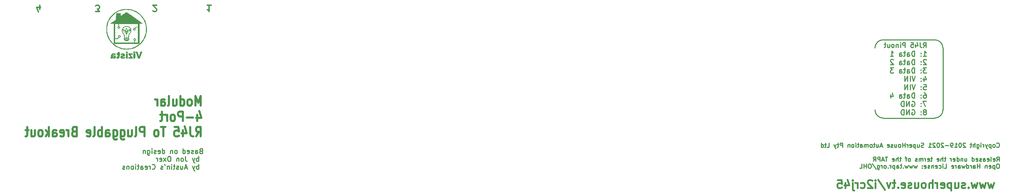
<source format=gbr>
%TF.GenerationSoftware,KiCad,Pcbnew,(6.0.9)*%
%TF.CreationDate,2023-11-10T22:20:32+05:30*%
%TF.ProjectId,RJ45-To-Terminal,524a3435-2d54-46f2-9d54-65726d696e61,2*%
%TF.SameCoordinates,Original*%
%TF.FileFunction,Legend,Bot*%
%TF.FilePolarity,Positive*%
%FSLAX46Y46*%
G04 Gerber Fmt 4.6, Leading zero omitted, Abs format (unit mm)*
G04 Created by KiCad (PCBNEW (6.0.9)) date 2023-11-10 22:20:32*
%MOMM*%
%LPD*%
G01*
G04 APERTURE LIST*
%ADD10C,0.300000*%
%ADD11C,0.254000*%
%ADD12C,0.391000*%
%ADD13C,0.476000*%
%ADD14C,0.240000*%
%ADD15C,0.252000*%
%ADD16C,0.215900*%
%ADD17C,0.241808*%
%ADD18C,2.600000*%
%ADD19C,1.500000*%
%ADD20C,3.250000*%
%ADD21C,2.000000*%
G04 APERTURE END LIST*
D10*
X136822828Y-45499371D02*
X136894257Y-45570800D01*
X137037114Y-45642228D01*
X137394257Y-45642228D01*
X137537114Y-45570800D01*
X137608542Y-45499371D01*
X137679971Y-45356514D01*
X137679971Y-45213657D01*
X137608542Y-44999371D01*
X136751400Y-44142228D01*
X137679971Y-44142228D01*
X109343114Y-45142228D02*
X109343114Y-44142228D01*
X108985971Y-45713657D02*
X108628828Y-44642228D01*
X109557400Y-44642228D01*
X122908400Y-45642228D02*
X123836971Y-45642228D01*
X123336971Y-45070800D01*
X123551257Y-45070800D01*
X123694114Y-44999371D01*
X123765542Y-44927942D01*
X123836971Y-44785085D01*
X123836971Y-44427942D01*
X123765542Y-44285085D01*
X123694114Y-44213657D01*
X123551257Y-44142228D01*
X123122685Y-44142228D01*
X122979828Y-44213657D01*
X122908400Y-44285085D01*
X150887971Y-44142228D02*
X150030828Y-44142228D01*
X150459400Y-44142228D02*
X150459400Y-45642228D01*
X150316542Y-45427942D01*
X150173685Y-45285085D01*
X150030828Y-45213657D01*
D11*
X328456014Y-54534986D02*
X328456014Y-69534986D01*
X326456014Y-71535014D02*
G75*
G03*
X328456014Y-69534986I-14J2000014D01*
G01*
X311956014Y-69534986D02*
G75*
G03*
X313956014Y-71534986I1999986J-14D01*
G01*
X328456014Y-54534986D02*
G75*
G03*
X326456014Y-52534986I-2000014J-14D01*
G01*
X313956014Y-52535014D02*
G75*
G03*
X311956014Y-54534986I-14J-1999986D01*
G01*
X326451014Y-71559986D02*
X313951014Y-71559986D01*
X313956014Y-52534986D02*
X326456014Y-52534986D01*
D12*
X340801547Y-87221428D02*
X340437928Y-88494095D01*
X340074309Y-87585047D01*
X339710690Y-88494095D01*
X339347071Y-87221428D01*
X338801642Y-87221428D02*
X338438023Y-88494095D01*
X338074404Y-87585047D01*
X337710785Y-88494095D01*
X337347166Y-87221428D01*
X336801738Y-87221428D02*
X336438119Y-88494095D01*
X336074500Y-87585047D01*
X335710880Y-88494095D01*
X335347261Y-87221428D01*
X334620023Y-88312285D02*
X334529119Y-88403190D01*
X334620023Y-88494095D01*
X334710928Y-88403190D01*
X334620023Y-88312285D01*
X334620023Y-88494095D01*
X333801880Y-88403190D02*
X333620071Y-88494095D01*
X333256452Y-88494095D01*
X333074642Y-88403190D01*
X332983738Y-88221380D01*
X332983738Y-88130476D01*
X333074642Y-87948666D01*
X333256452Y-87857761D01*
X333529166Y-87857761D01*
X333710976Y-87766857D01*
X333801880Y-87585047D01*
X333801880Y-87494142D01*
X333710976Y-87312333D01*
X333529166Y-87221428D01*
X333256452Y-87221428D01*
X333074642Y-87312333D01*
X331347452Y-87221428D02*
X331347452Y-88494095D01*
X332165595Y-87221428D02*
X332165595Y-88221380D01*
X332074690Y-88403190D01*
X331892880Y-88494095D01*
X331620166Y-88494095D01*
X331438357Y-88403190D01*
X331347452Y-88312285D01*
X330438404Y-87221428D02*
X330438404Y-89130428D01*
X330438404Y-87312333D02*
X330256595Y-87221428D01*
X329892976Y-87221428D01*
X329711166Y-87312333D01*
X329620261Y-87403238D01*
X329529357Y-87585047D01*
X329529357Y-88130476D01*
X329620261Y-88312285D01*
X329711166Y-88403190D01*
X329892976Y-88494095D01*
X330256595Y-88494095D01*
X330438404Y-88403190D01*
X327983976Y-88403190D02*
X328165785Y-88494095D01*
X328529404Y-88494095D01*
X328711214Y-88403190D01*
X328802119Y-88221380D01*
X328802119Y-87494142D01*
X328711214Y-87312333D01*
X328529404Y-87221428D01*
X328165785Y-87221428D01*
X327983976Y-87312333D01*
X327893071Y-87494142D01*
X327893071Y-87675952D01*
X328802119Y-87857761D01*
X327074928Y-88494095D02*
X327074928Y-87221428D01*
X327074928Y-87585047D02*
X326984023Y-87403238D01*
X326893119Y-87312333D01*
X326711309Y-87221428D01*
X326529500Y-87221428D01*
X325893166Y-88494095D02*
X325893166Y-86585095D01*
X325075023Y-88494095D02*
X325075023Y-87494142D01*
X325165928Y-87312333D01*
X325347738Y-87221428D01*
X325620452Y-87221428D01*
X325802261Y-87312333D01*
X325893166Y-87403238D01*
X323893261Y-88494095D02*
X324075071Y-88403190D01*
X324165976Y-88312285D01*
X324256880Y-88130476D01*
X324256880Y-87585047D01*
X324165976Y-87403238D01*
X324075071Y-87312333D01*
X323893261Y-87221428D01*
X323620547Y-87221428D01*
X323438738Y-87312333D01*
X323347833Y-87403238D01*
X323256928Y-87585047D01*
X323256928Y-88130476D01*
X323347833Y-88312285D01*
X323438738Y-88403190D01*
X323620547Y-88494095D01*
X323893261Y-88494095D01*
X321620642Y-87221428D02*
X321620642Y-88494095D01*
X322438785Y-87221428D02*
X322438785Y-88221380D01*
X322347880Y-88403190D01*
X322166071Y-88494095D01*
X321893357Y-88494095D01*
X321711547Y-88403190D01*
X321620642Y-88312285D01*
X320802500Y-88403190D02*
X320620690Y-88494095D01*
X320257071Y-88494095D01*
X320075261Y-88403190D01*
X319984357Y-88221380D01*
X319984357Y-88130476D01*
X320075261Y-87948666D01*
X320257071Y-87857761D01*
X320529785Y-87857761D01*
X320711595Y-87766857D01*
X320802500Y-87585047D01*
X320802500Y-87494142D01*
X320711595Y-87312333D01*
X320529785Y-87221428D01*
X320257071Y-87221428D01*
X320075261Y-87312333D01*
X318438976Y-88403190D02*
X318620785Y-88494095D01*
X318984404Y-88494095D01*
X319166214Y-88403190D01*
X319257119Y-88221380D01*
X319257119Y-87494142D01*
X319166214Y-87312333D01*
X318984404Y-87221428D01*
X318620785Y-87221428D01*
X318438976Y-87312333D01*
X318348071Y-87494142D01*
X318348071Y-87675952D01*
X319257119Y-87857761D01*
X317529928Y-88312285D02*
X317439023Y-88403190D01*
X317529928Y-88494095D01*
X317620833Y-88403190D01*
X317529928Y-88312285D01*
X317529928Y-88494095D01*
X316893595Y-87221428D02*
X316166357Y-87221428D01*
X316620880Y-86585095D02*
X316620880Y-88221380D01*
X316529976Y-88403190D01*
X316348166Y-88494095D01*
X316166357Y-88494095D01*
X315711833Y-87221428D02*
X315257309Y-88494095D01*
X314802785Y-87221428D01*
X312711976Y-86494190D02*
X314348261Y-88948619D01*
X312075642Y-88494095D02*
X312075642Y-87221428D01*
X312075642Y-86585095D02*
X312166547Y-86676000D01*
X312075642Y-86766904D01*
X311984738Y-86676000D01*
X312075642Y-86585095D01*
X312075642Y-86766904D01*
X311257500Y-86766904D02*
X311166595Y-86676000D01*
X310984785Y-86585095D01*
X310530261Y-86585095D01*
X310348452Y-86676000D01*
X310257547Y-86766904D01*
X310166642Y-86948714D01*
X310166642Y-87130523D01*
X310257547Y-87403238D01*
X311348404Y-88494095D01*
X310166642Y-88494095D01*
X308530357Y-88403190D02*
X308712166Y-88494095D01*
X309075785Y-88494095D01*
X309257595Y-88403190D01*
X309348500Y-88312285D01*
X309439404Y-88130476D01*
X309439404Y-87585047D01*
X309348500Y-87403238D01*
X309257595Y-87312333D01*
X309075785Y-87221428D01*
X308712166Y-87221428D01*
X308530357Y-87312333D01*
X307712214Y-88494095D02*
X307712214Y-87221428D01*
X307712214Y-87585047D02*
X307621309Y-87403238D01*
X307530404Y-87312333D01*
X307348595Y-87221428D01*
X307166785Y-87221428D01*
X306530452Y-87221428D02*
X306530452Y-88857714D01*
X306621357Y-89039523D01*
X306803166Y-89130428D01*
X306894071Y-89130428D01*
X306530452Y-86585095D02*
X306621357Y-86676000D01*
X306530452Y-86766904D01*
X306439547Y-86676000D01*
X306530452Y-86585095D01*
X306530452Y-86766904D01*
X304803261Y-87221428D02*
X304803261Y-88494095D01*
X305257785Y-86494190D02*
X305712309Y-87857761D01*
X304530547Y-87857761D01*
X302894261Y-86585095D02*
X303803309Y-86585095D01*
X303894214Y-87494142D01*
X303803309Y-87403238D01*
X303621500Y-87312333D01*
X303166976Y-87312333D01*
X302985166Y-87403238D01*
X302894261Y-87494142D01*
X302803357Y-87675952D01*
X302803357Y-88130476D01*
X302894261Y-88312285D01*
X302985166Y-88403190D01*
X303166976Y-88494095D01*
X303621500Y-88494095D01*
X303803309Y-88403190D01*
X303894214Y-88312285D01*
D13*
X148429209Y-68519653D02*
X148429209Y-66195653D01*
X147762542Y-67855653D01*
X147095876Y-66195653D01*
X147095876Y-68519653D01*
X145857780Y-68519653D02*
X146048257Y-68408986D01*
X146143495Y-68298320D01*
X146238733Y-68076986D01*
X146238733Y-67412986D01*
X146143495Y-67191653D01*
X146048257Y-67080986D01*
X145857780Y-66970320D01*
X145572066Y-66970320D01*
X145381590Y-67080986D01*
X145286352Y-67191653D01*
X145191114Y-67412986D01*
X145191114Y-68076986D01*
X145286352Y-68298320D01*
X145381590Y-68408986D01*
X145572066Y-68519653D01*
X145857780Y-68519653D01*
X143476828Y-68519653D02*
X143476828Y-66195653D01*
X143476828Y-68408986D02*
X143667304Y-68519653D01*
X144048257Y-68519653D01*
X144238733Y-68408986D01*
X144333971Y-68298320D01*
X144429209Y-68076986D01*
X144429209Y-67412986D01*
X144333971Y-67191653D01*
X144238733Y-67080986D01*
X144048257Y-66970320D01*
X143667304Y-66970320D01*
X143476828Y-67080986D01*
X141667304Y-66970320D02*
X141667304Y-68519653D01*
X142524447Y-66970320D02*
X142524447Y-68187653D01*
X142429209Y-68408986D01*
X142238733Y-68519653D01*
X141953019Y-68519653D01*
X141762542Y-68408986D01*
X141667304Y-68298320D01*
X140429209Y-68519653D02*
X140619685Y-68408986D01*
X140714923Y-68187653D01*
X140714923Y-66195653D01*
X138810161Y-68519653D02*
X138810161Y-67302320D01*
X138905400Y-67080986D01*
X139095876Y-66970320D01*
X139476828Y-66970320D01*
X139667304Y-67080986D01*
X138810161Y-68408986D02*
X139000638Y-68519653D01*
X139476828Y-68519653D01*
X139667304Y-68408986D01*
X139762542Y-68187653D01*
X139762542Y-67966320D01*
X139667304Y-67744986D01*
X139476828Y-67634320D01*
X139000638Y-67634320D01*
X138810161Y-67523653D01*
X137857780Y-68519653D02*
X137857780Y-66970320D01*
X137857780Y-67412986D02*
X137762542Y-67191653D01*
X137667304Y-67080986D01*
X137476828Y-66970320D01*
X137286352Y-66970320D01*
X147572066Y-70711960D02*
X147572066Y-72261293D01*
X148048257Y-69826626D02*
X148524447Y-71486626D01*
X147286352Y-71486626D01*
X146524447Y-71375960D02*
X145000638Y-71375960D01*
X144048257Y-72261293D02*
X144048257Y-69937293D01*
X143286352Y-69937293D01*
X143095876Y-70047960D01*
X143000638Y-70158626D01*
X142905400Y-70379960D01*
X142905400Y-70711960D01*
X143000638Y-70933293D01*
X143095876Y-71043960D01*
X143286352Y-71154626D01*
X144048257Y-71154626D01*
X141762542Y-72261293D02*
X141953019Y-72150626D01*
X142048257Y-72039960D01*
X142143495Y-71818626D01*
X142143495Y-71154626D01*
X142048257Y-70933293D01*
X141953019Y-70822626D01*
X141762542Y-70711960D01*
X141476828Y-70711960D01*
X141286352Y-70822626D01*
X141191114Y-70933293D01*
X141095876Y-71154626D01*
X141095876Y-71818626D01*
X141191114Y-72039960D01*
X141286352Y-72150626D01*
X141476828Y-72261293D01*
X141762542Y-72261293D01*
X140238733Y-72261293D02*
X140238733Y-70711960D01*
X140238733Y-71154626D02*
X140143495Y-70933293D01*
X140048257Y-70822626D01*
X139857780Y-70711960D01*
X139667304Y-70711960D01*
X139286352Y-70711960D02*
X138524447Y-70711960D01*
X139000638Y-69937293D02*
X139000638Y-71929293D01*
X138905400Y-72150626D01*
X138714923Y-72261293D01*
X138524447Y-72261293D01*
X147286352Y-76002933D02*
X147953019Y-74896266D01*
X148429209Y-76002933D02*
X148429209Y-73678933D01*
X147667304Y-73678933D01*
X147476828Y-73789600D01*
X147381590Y-73900266D01*
X147286352Y-74121600D01*
X147286352Y-74453600D01*
X147381590Y-74674933D01*
X147476828Y-74785600D01*
X147667304Y-74896266D01*
X148429209Y-74896266D01*
X145857780Y-73678933D02*
X145857780Y-75338933D01*
X145953019Y-75670933D01*
X146143495Y-75892266D01*
X146429209Y-76002933D01*
X146619685Y-76002933D01*
X144048257Y-74453600D02*
X144048257Y-76002933D01*
X144524447Y-73568266D02*
X145000638Y-75228266D01*
X143762542Y-75228266D01*
X142048257Y-73678933D02*
X143000638Y-73678933D01*
X143095876Y-74785600D01*
X143000638Y-74674933D01*
X142810161Y-74564266D01*
X142333971Y-74564266D01*
X142143495Y-74674933D01*
X142048257Y-74785600D01*
X141953019Y-75006933D01*
X141953019Y-75560266D01*
X142048257Y-75781600D01*
X142143495Y-75892266D01*
X142333971Y-76002933D01*
X142810161Y-76002933D01*
X143000638Y-75892266D01*
X143095876Y-75781600D01*
X139857780Y-73678933D02*
X138714923Y-73678933D01*
X139286352Y-76002933D02*
X139286352Y-73678933D01*
X137762542Y-76002933D02*
X137953019Y-75892266D01*
X138048257Y-75781600D01*
X138143495Y-75560266D01*
X138143495Y-74896266D01*
X138048257Y-74674933D01*
X137953019Y-74564266D01*
X137762542Y-74453600D01*
X137476828Y-74453600D01*
X137286352Y-74564266D01*
X137191114Y-74674933D01*
X137095876Y-74896266D01*
X137095876Y-75560266D01*
X137191114Y-75781600D01*
X137286352Y-75892266D01*
X137476828Y-76002933D01*
X137762542Y-76002933D01*
X134714923Y-76002933D02*
X134714923Y-73678933D01*
X133953019Y-73678933D01*
X133762542Y-73789600D01*
X133667304Y-73900266D01*
X133572066Y-74121600D01*
X133572066Y-74453600D01*
X133667304Y-74674933D01*
X133762542Y-74785600D01*
X133953019Y-74896266D01*
X134714923Y-74896266D01*
X132429209Y-76002933D02*
X132619685Y-75892266D01*
X132714923Y-75670933D01*
X132714923Y-73678933D01*
X130810161Y-74453600D02*
X130810161Y-76002933D01*
X131667304Y-74453600D02*
X131667304Y-75670933D01*
X131572066Y-75892266D01*
X131381590Y-76002933D01*
X131095876Y-76002933D01*
X130905400Y-75892266D01*
X130810161Y-75781600D01*
X129000638Y-74453600D02*
X129000638Y-76334933D01*
X129095876Y-76556266D01*
X129191114Y-76666933D01*
X129381590Y-76777600D01*
X129667304Y-76777600D01*
X129857780Y-76666933D01*
X129000638Y-75892266D02*
X129191114Y-76002933D01*
X129572066Y-76002933D01*
X129762542Y-75892266D01*
X129857780Y-75781600D01*
X129953019Y-75560266D01*
X129953019Y-74896266D01*
X129857780Y-74674933D01*
X129762542Y-74564266D01*
X129572066Y-74453600D01*
X129191114Y-74453600D01*
X129000638Y-74564266D01*
X127191114Y-74453600D02*
X127191114Y-76334933D01*
X127286352Y-76556266D01*
X127381590Y-76666933D01*
X127572066Y-76777600D01*
X127857780Y-76777600D01*
X128048257Y-76666933D01*
X127191114Y-75892266D02*
X127381590Y-76002933D01*
X127762542Y-76002933D01*
X127953019Y-75892266D01*
X128048257Y-75781600D01*
X128143495Y-75560266D01*
X128143495Y-74896266D01*
X128048257Y-74674933D01*
X127953019Y-74564266D01*
X127762542Y-74453600D01*
X127381590Y-74453600D01*
X127191114Y-74564266D01*
X125381590Y-76002933D02*
X125381590Y-74785600D01*
X125476828Y-74564266D01*
X125667304Y-74453600D01*
X126048257Y-74453600D01*
X126238733Y-74564266D01*
X125381590Y-75892266D02*
X125572066Y-76002933D01*
X126048257Y-76002933D01*
X126238733Y-75892266D01*
X126333971Y-75670933D01*
X126333971Y-75449600D01*
X126238733Y-75228266D01*
X126048257Y-75117600D01*
X125572066Y-75117600D01*
X125381590Y-75006933D01*
X124429209Y-76002933D02*
X124429209Y-73678933D01*
X124429209Y-74564266D02*
X124238733Y-74453600D01*
X123857780Y-74453600D01*
X123667304Y-74564266D01*
X123572066Y-74674933D01*
X123476828Y-74896266D01*
X123476828Y-75560266D01*
X123572066Y-75781600D01*
X123667304Y-75892266D01*
X123857780Y-76002933D01*
X124238733Y-76002933D01*
X124429209Y-75892266D01*
X122333971Y-76002933D02*
X122524447Y-75892266D01*
X122619685Y-75670933D01*
X122619685Y-73678933D01*
X120810161Y-75892266D02*
X121000638Y-76002933D01*
X121381590Y-76002933D01*
X121572066Y-75892266D01*
X121667304Y-75670933D01*
X121667304Y-74785600D01*
X121572066Y-74564266D01*
X121381590Y-74453600D01*
X121000638Y-74453600D01*
X120810161Y-74564266D01*
X120714923Y-74785600D01*
X120714923Y-75006933D01*
X121667304Y-75228266D01*
X117667304Y-74785600D02*
X117381590Y-74896266D01*
X117286352Y-75006933D01*
X117191114Y-75228266D01*
X117191114Y-75560266D01*
X117286352Y-75781600D01*
X117381590Y-75892266D01*
X117572066Y-76002933D01*
X118333971Y-76002933D01*
X118333971Y-73678933D01*
X117667304Y-73678933D01*
X117476828Y-73789600D01*
X117381590Y-73900266D01*
X117286352Y-74121600D01*
X117286352Y-74342933D01*
X117381590Y-74564266D01*
X117476828Y-74674933D01*
X117667304Y-74785600D01*
X118333971Y-74785600D01*
X116333971Y-76002933D02*
X116333971Y-74453600D01*
X116333971Y-74896266D02*
X116238733Y-74674933D01*
X116143495Y-74564266D01*
X115953019Y-74453600D01*
X115762542Y-74453600D01*
X114333971Y-75892266D02*
X114524447Y-76002933D01*
X114905400Y-76002933D01*
X115095876Y-75892266D01*
X115191114Y-75670933D01*
X115191114Y-74785600D01*
X115095876Y-74564266D01*
X114905400Y-74453600D01*
X114524447Y-74453600D01*
X114333971Y-74564266D01*
X114238733Y-74785600D01*
X114238733Y-75006933D01*
X115191114Y-75228266D01*
X112524447Y-76002933D02*
X112524447Y-74785600D01*
X112619685Y-74564266D01*
X112810161Y-74453600D01*
X113191114Y-74453600D01*
X113381590Y-74564266D01*
X112524447Y-75892266D02*
X112714923Y-76002933D01*
X113191114Y-76002933D01*
X113381590Y-75892266D01*
X113476828Y-75670933D01*
X113476828Y-75449600D01*
X113381590Y-75228266D01*
X113191114Y-75117600D01*
X112714923Y-75117600D01*
X112524447Y-75006933D01*
X111572066Y-76002933D02*
X111572066Y-73678933D01*
X111381590Y-75117600D02*
X110810161Y-76002933D01*
X110810161Y-74453600D02*
X111572066Y-75338933D01*
X109667304Y-76002933D02*
X109857780Y-75892266D01*
X109953019Y-75781600D01*
X110048257Y-75560266D01*
X110048257Y-74896266D01*
X109953019Y-74674933D01*
X109857780Y-74564266D01*
X109667304Y-74453600D01*
X109381590Y-74453600D01*
X109191114Y-74564266D01*
X109095876Y-74674933D01*
X109000638Y-74896266D01*
X109000638Y-75560266D01*
X109095876Y-75781600D01*
X109191114Y-75892266D01*
X109381590Y-76002933D01*
X109667304Y-76002933D01*
X107286352Y-74453600D02*
X107286352Y-76002933D01*
X108143495Y-74453600D02*
X108143495Y-75670933D01*
X108048257Y-75892266D01*
X107857780Y-76002933D01*
X107572066Y-76002933D01*
X107381590Y-75892266D01*
X107286352Y-75781600D01*
X106619685Y-74453600D02*
X105857780Y-74453600D01*
X106333971Y-73678933D02*
X106333971Y-75670933D01*
X106238733Y-75892266D01*
X106048257Y-76002933D01*
X105857780Y-76002933D01*
D14*
X323657014Y-56537786D02*
X324377014Y-56537786D01*
X324017014Y-56537786D02*
X324017014Y-55277786D01*
X324137014Y-55457786D01*
X324257014Y-55577786D01*
X324377014Y-55637786D01*
X323117014Y-56417786D02*
X323057014Y-56477786D01*
X323117014Y-56537786D01*
X323177014Y-56477786D01*
X323117014Y-56417786D01*
X323117014Y-56537786D01*
X323117014Y-55757786D02*
X323057014Y-55817786D01*
X323117014Y-55877786D01*
X323177014Y-55817786D01*
X323117014Y-55757786D01*
X323117014Y-55877786D01*
X321557014Y-56537786D02*
X321557014Y-55277786D01*
X321257014Y-55277786D01*
X321077014Y-55337786D01*
X320957014Y-55457786D01*
X320897014Y-55577786D01*
X320837014Y-55817786D01*
X320837014Y-55997786D01*
X320897014Y-56237786D01*
X320957014Y-56357786D01*
X321077014Y-56477786D01*
X321257014Y-56537786D01*
X321557014Y-56537786D01*
X319757014Y-56537786D02*
X319757014Y-55877786D01*
X319817014Y-55757786D01*
X319937014Y-55697786D01*
X320177014Y-55697786D01*
X320297014Y-55757786D01*
X319757014Y-56477786D02*
X319877014Y-56537786D01*
X320177014Y-56537786D01*
X320297014Y-56477786D01*
X320357014Y-56357786D01*
X320357014Y-56237786D01*
X320297014Y-56117786D01*
X320177014Y-56057786D01*
X319877014Y-56057786D01*
X319757014Y-55997786D01*
X319337014Y-55697786D02*
X318857014Y-55697786D01*
X319157014Y-55277786D02*
X319157014Y-56357786D01*
X319097014Y-56477786D01*
X318977014Y-56537786D01*
X318857014Y-56537786D01*
X317897014Y-56537786D02*
X317897014Y-55877786D01*
X317957014Y-55757786D01*
X318077014Y-55697786D01*
X318317014Y-55697786D01*
X318437014Y-55757786D01*
X317897014Y-56477786D02*
X318017014Y-56537786D01*
X318317014Y-56537786D01*
X318437014Y-56477786D01*
X318497014Y-56357786D01*
X318497014Y-56237786D01*
X318437014Y-56117786D01*
X318317014Y-56057786D01*
X318017014Y-56057786D01*
X317897014Y-55997786D01*
X315677014Y-56537786D02*
X316397014Y-56537786D01*
X316037014Y-56537786D02*
X316037014Y-55277786D01*
X316157014Y-55457786D01*
X316277014Y-55577786D01*
X316397014Y-55637786D01*
X324377014Y-57426386D02*
X324317014Y-57366386D01*
X324197014Y-57306386D01*
X323897014Y-57306386D01*
X323777014Y-57366386D01*
X323717014Y-57426386D01*
X323657014Y-57546386D01*
X323657014Y-57666386D01*
X323717014Y-57846386D01*
X324437014Y-58566386D01*
X323657014Y-58566386D01*
X323117014Y-58446386D02*
X323057014Y-58506386D01*
X323117014Y-58566386D01*
X323177014Y-58506386D01*
X323117014Y-58446386D01*
X323117014Y-58566386D01*
X323117014Y-57786386D02*
X323057014Y-57846386D01*
X323117014Y-57906386D01*
X323177014Y-57846386D01*
X323117014Y-57786386D01*
X323117014Y-57906386D01*
X321557014Y-58566386D02*
X321557014Y-57306386D01*
X321257014Y-57306386D01*
X321077014Y-57366386D01*
X320957014Y-57486386D01*
X320897014Y-57606386D01*
X320837014Y-57846386D01*
X320837014Y-58026386D01*
X320897014Y-58266386D01*
X320957014Y-58386386D01*
X321077014Y-58506386D01*
X321257014Y-58566386D01*
X321557014Y-58566386D01*
X319757014Y-58566386D02*
X319757014Y-57906386D01*
X319817014Y-57786386D01*
X319937014Y-57726386D01*
X320177014Y-57726386D01*
X320297014Y-57786386D01*
X319757014Y-58506386D02*
X319877014Y-58566386D01*
X320177014Y-58566386D01*
X320297014Y-58506386D01*
X320357014Y-58386386D01*
X320357014Y-58266386D01*
X320297014Y-58146386D01*
X320177014Y-58086386D01*
X319877014Y-58086386D01*
X319757014Y-58026386D01*
X319337014Y-57726386D02*
X318857014Y-57726386D01*
X319157014Y-57306386D02*
X319157014Y-58386386D01*
X319097014Y-58506386D01*
X318977014Y-58566386D01*
X318857014Y-58566386D01*
X317897014Y-58566386D02*
X317897014Y-57906386D01*
X317957014Y-57786386D01*
X318077014Y-57726386D01*
X318317014Y-57726386D01*
X318437014Y-57786386D01*
X317897014Y-58506386D02*
X318017014Y-58566386D01*
X318317014Y-58566386D01*
X318437014Y-58506386D01*
X318497014Y-58386386D01*
X318497014Y-58266386D01*
X318437014Y-58146386D01*
X318317014Y-58086386D01*
X318017014Y-58086386D01*
X317897014Y-58026386D01*
X316397014Y-57426386D02*
X316337014Y-57366386D01*
X316217014Y-57306386D01*
X315917014Y-57306386D01*
X315797014Y-57366386D01*
X315737014Y-57426386D01*
X315677014Y-57546386D01*
X315677014Y-57666386D01*
X315737014Y-57846386D01*
X316457014Y-58566386D01*
X315677014Y-58566386D01*
X324437014Y-59334986D02*
X323657014Y-59334986D01*
X324077014Y-59814986D01*
X323897014Y-59814986D01*
X323777014Y-59874986D01*
X323717014Y-59934986D01*
X323657014Y-60054986D01*
X323657014Y-60354986D01*
X323717014Y-60474986D01*
X323777014Y-60534986D01*
X323897014Y-60594986D01*
X324257014Y-60594986D01*
X324377014Y-60534986D01*
X324437014Y-60474986D01*
X323117014Y-60474986D02*
X323057014Y-60534986D01*
X323117014Y-60594986D01*
X323177014Y-60534986D01*
X323117014Y-60474986D01*
X323117014Y-60594986D01*
X323117014Y-59814986D02*
X323057014Y-59874986D01*
X323117014Y-59934986D01*
X323177014Y-59874986D01*
X323117014Y-59814986D01*
X323117014Y-59934986D01*
X321557014Y-60594986D02*
X321557014Y-59334986D01*
X321257014Y-59334986D01*
X321077014Y-59394986D01*
X320957014Y-59514986D01*
X320897014Y-59634986D01*
X320837014Y-59874986D01*
X320837014Y-60054986D01*
X320897014Y-60294986D01*
X320957014Y-60414986D01*
X321077014Y-60534986D01*
X321257014Y-60594986D01*
X321557014Y-60594986D01*
X319757014Y-60594986D02*
X319757014Y-59934986D01*
X319817014Y-59814986D01*
X319937014Y-59754986D01*
X320177014Y-59754986D01*
X320297014Y-59814986D01*
X319757014Y-60534986D02*
X319877014Y-60594986D01*
X320177014Y-60594986D01*
X320297014Y-60534986D01*
X320357014Y-60414986D01*
X320357014Y-60294986D01*
X320297014Y-60174986D01*
X320177014Y-60114986D01*
X319877014Y-60114986D01*
X319757014Y-60054986D01*
X319337014Y-59754986D02*
X318857014Y-59754986D01*
X319157014Y-59334986D02*
X319157014Y-60414986D01*
X319097014Y-60534986D01*
X318977014Y-60594986D01*
X318857014Y-60594986D01*
X317897014Y-60594986D02*
X317897014Y-59934986D01*
X317957014Y-59814986D01*
X318077014Y-59754986D01*
X318317014Y-59754986D01*
X318437014Y-59814986D01*
X317897014Y-60534986D02*
X318017014Y-60594986D01*
X318317014Y-60594986D01*
X318437014Y-60534986D01*
X318497014Y-60414986D01*
X318497014Y-60294986D01*
X318437014Y-60174986D01*
X318317014Y-60114986D01*
X318017014Y-60114986D01*
X317897014Y-60054986D01*
X316457014Y-59334986D02*
X315677014Y-59334986D01*
X316097014Y-59814986D01*
X315917014Y-59814986D01*
X315797014Y-59874986D01*
X315737014Y-59934986D01*
X315677014Y-60054986D01*
X315677014Y-60354986D01*
X315737014Y-60474986D01*
X315797014Y-60534986D01*
X315917014Y-60594986D01*
X316277014Y-60594986D01*
X316397014Y-60534986D01*
X316457014Y-60474986D01*
X323777014Y-61783586D02*
X323777014Y-62623586D01*
X324077014Y-61303586D02*
X324377014Y-62203586D01*
X323597014Y-62203586D01*
X323117014Y-62503586D02*
X323057014Y-62563586D01*
X323117014Y-62623586D01*
X323177014Y-62563586D01*
X323117014Y-62503586D01*
X323117014Y-62623586D01*
X323117014Y-61843586D02*
X323057014Y-61903586D01*
X323117014Y-61963586D01*
X323177014Y-61903586D01*
X323117014Y-61843586D01*
X323117014Y-61963586D01*
X321737014Y-61363586D02*
X321317014Y-62623586D01*
X320897014Y-61363586D01*
X320477014Y-62623586D02*
X320477014Y-61363586D01*
X319877014Y-62623586D02*
X319877014Y-61363586D01*
X319157014Y-62623586D01*
X319157014Y-61363586D01*
X323717014Y-63392186D02*
X324317014Y-63392186D01*
X324377014Y-63992186D01*
X324317014Y-63932186D01*
X324197014Y-63872186D01*
X323897014Y-63872186D01*
X323777014Y-63932186D01*
X323717014Y-63992186D01*
X323657014Y-64112186D01*
X323657014Y-64412186D01*
X323717014Y-64532186D01*
X323777014Y-64592186D01*
X323897014Y-64652186D01*
X324197014Y-64652186D01*
X324317014Y-64592186D01*
X324377014Y-64532186D01*
X323117014Y-64532186D02*
X323057014Y-64592186D01*
X323117014Y-64652186D01*
X323177014Y-64592186D01*
X323117014Y-64532186D01*
X323117014Y-64652186D01*
X323117014Y-63872186D02*
X323057014Y-63932186D01*
X323117014Y-63992186D01*
X323177014Y-63932186D01*
X323117014Y-63872186D01*
X323117014Y-63992186D01*
X321737014Y-63392186D02*
X321317014Y-64652186D01*
X320897014Y-63392186D01*
X320477014Y-64652186D02*
X320477014Y-63392186D01*
X319877014Y-64652186D02*
X319877014Y-63392186D01*
X319157014Y-64652186D01*
X319157014Y-63392186D01*
X323777014Y-65420786D02*
X324017014Y-65420786D01*
X324137014Y-65480786D01*
X324197014Y-65540786D01*
X324317014Y-65720786D01*
X324377014Y-65960786D01*
X324377014Y-66440786D01*
X324317014Y-66560786D01*
X324257014Y-66620786D01*
X324137014Y-66680786D01*
X323897014Y-66680786D01*
X323777014Y-66620786D01*
X323717014Y-66560786D01*
X323657014Y-66440786D01*
X323657014Y-66140786D01*
X323717014Y-66020786D01*
X323777014Y-65960786D01*
X323897014Y-65900786D01*
X324137014Y-65900786D01*
X324257014Y-65960786D01*
X324317014Y-66020786D01*
X324377014Y-66140786D01*
X323117014Y-66560786D02*
X323057014Y-66620786D01*
X323117014Y-66680786D01*
X323177014Y-66620786D01*
X323117014Y-66560786D01*
X323117014Y-66680786D01*
X323117014Y-65900786D02*
X323057014Y-65960786D01*
X323117014Y-66020786D01*
X323177014Y-65960786D01*
X323117014Y-65900786D01*
X323117014Y-66020786D01*
X321557014Y-66680786D02*
X321557014Y-65420786D01*
X321257014Y-65420786D01*
X321077014Y-65480786D01*
X320957014Y-65600786D01*
X320897014Y-65720786D01*
X320837014Y-65960786D01*
X320837014Y-66140786D01*
X320897014Y-66380786D01*
X320957014Y-66500786D01*
X321077014Y-66620786D01*
X321257014Y-66680786D01*
X321557014Y-66680786D01*
X319757014Y-66680786D02*
X319757014Y-66020786D01*
X319817014Y-65900786D01*
X319937014Y-65840786D01*
X320177014Y-65840786D01*
X320297014Y-65900786D01*
X319757014Y-66620786D02*
X319877014Y-66680786D01*
X320177014Y-66680786D01*
X320297014Y-66620786D01*
X320357014Y-66500786D01*
X320357014Y-66380786D01*
X320297014Y-66260786D01*
X320177014Y-66200786D01*
X319877014Y-66200786D01*
X319757014Y-66140786D01*
X319337014Y-65840786D02*
X318857014Y-65840786D01*
X319157014Y-65420786D02*
X319157014Y-66500786D01*
X319097014Y-66620786D01*
X318977014Y-66680786D01*
X318857014Y-66680786D01*
X317897014Y-66680786D02*
X317897014Y-66020786D01*
X317957014Y-65900786D01*
X318077014Y-65840786D01*
X318317014Y-65840786D01*
X318437014Y-65900786D01*
X317897014Y-66620786D02*
X318017014Y-66680786D01*
X318317014Y-66680786D01*
X318437014Y-66620786D01*
X318497014Y-66500786D01*
X318497014Y-66380786D01*
X318437014Y-66260786D01*
X318317014Y-66200786D01*
X318017014Y-66200786D01*
X317897014Y-66140786D01*
X315797014Y-65840786D02*
X315797014Y-66680786D01*
X316097014Y-65360786D02*
X316397014Y-66260786D01*
X315617014Y-66260786D01*
X324437014Y-67449386D02*
X323597014Y-67449386D01*
X324137014Y-68709386D01*
X323117014Y-68589386D02*
X323057014Y-68649386D01*
X323117014Y-68709386D01*
X323177014Y-68649386D01*
X323117014Y-68589386D01*
X323117014Y-68709386D01*
X323117014Y-67929386D02*
X323057014Y-67989386D01*
X323117014Y-68049386D01*
X323177014Y-67989386D01*
X323117014Y-67929386D01*
X323117014Y-68049386D01*
X320897014Y-67509386D02*
X321017014Y-67449386D01*
X321197014Y-67449386D01*
X321377014Y-67509386D01*
X321497014Y-67629386D01*
X321557014Y-67749386D01*
X321617014Y-67989386D01*
X321617014Y-68169386D01*
X321557014Y-68409386D01*
X321497014Y-68529386D01*
X321377014Y-68649386D01*
X321197014Y-68709386D01*
X321077014Y-68709386D01*
X320897014Y-68649386D01*
X320837014Y-68589386D01*
X320837014Y-68169386D01*
X321077014Y-68169386D01*
X320297014Y-68709386D02*
X320297014Y-67449386D01*
X319577014Y-68709386D01*
X319577014Y-67449386D01*
X318977014Y-68709386D02*
X318977014Y-67449386D01*
X318677014Y-67449386D01*
X318497014Y-67509386D01*
X318377014Y-67629386D01*
X318317014Y-67749386D01*
X318257014Y-67989386D01*
X318257014Y-68169386D01*
X318317014Y-68409386D01*
X318377014Y-68529386D01*
X318497014Y-68649386D01*
X318677014Y-68709386D01*
X318977014Y-68709386D01*
X324137014Y-70017986D02*
X324257014Y-69957986D01*
X324317014Y-69897986D01*
X324377014Y-69777986D01*
X324377014Y-69717986D01*
X324317014Y-69597986D01*
X324257014Y-69537986D01*
X324137014Y-69477986D01*
X323897014Y-69477986D01*
X323777014Y-69537986D01*
X323717014Y-69597986D01*
X323657014Y-69717986D01*
X323657014Y-69777986D01*
X323717014Y-69897986D01*
X323777014Y-69957986D01*
X323897014Y-70017986D01*
X324137014Y-70017986D01*
X324257014Y-70077986D01*
X324317014Y-70137986D01*
X324377014Y-70257986D01*
X324377014Y-70497986D01*
X324317014Y-70617986D01*
X324257014Y-70677986D01*
X324137014Y-70737986D01*
X323897014Y-70737986D01*
X323777014Y-70677986D01*
X323717014Y-70617986D01*
X323657014Y-70497986D01*
X323657014Y-70257986D01*
X323717014Y-70137986D01*
X323777014Y-70077986D01*
X323897014Y-70017986D01*
X323117014Y-70617986D02*
X323057014Y-70677986D01*
X323117014Y-70737986D01*
X323177014Y-70677986D01*
X323117014Y-70617986D01*
X323117014Y-70737986D01*
X323117014Y-69957986D02*
X323057014Y-70017986D01*
X323117014Y-70077986D01*
X323177014Y-70017986D01*
X323117014Y-69957986D01*
X323117014Y-70077986D01*
X320897014Y-69537986D02*
X321017014Y-69477986D01*
X321197014Y-69477986D01*
X321377014Y-69537986D01*
X321497014Y-69657986D01*
X321557014Y-69777986D01*
X321617014Y-70017986D01*
X321617014Y-70197986D01*
X321557014Y-70437986D01*
X321497014Y-70557986D01*
X321377014Y-70677986D01*
X321197014Y-70737986D01*
X321077014Y-70737986D01*
X320897014Y-70677986D01*
X320837014Y-70617986D01*
X320837014Y-70197986D01*
X321077014Y-70197986D01*
X320297014Y-70737986D02*
X320297014Y-69477986D01*
X319577014Y-70737986D01*
X319577014Y-69477986D01*
X318977014Y-70737986D02*
X318977014Y-69477986D01*
X318677014Y-69477986D01*
X318497014Y-69537986D01*
X318377014Y-69657986D01*
X318317014Y-69777986D01*
X318257014Y-70017986D01*
X318257014Y-70197986D01*
X318317014Y-70437986D01*
X318377014Y-70557986D01*
X318497014Y-70677986D01*
X318677014Y-70737986D01*
X318977014Y-70737986D01*
D15*
X323679880Y-54360319D02*
X324062547Y-53813652D01*
X324335880Y-54360319D02*
X324335880Y-53212319D01*
X323898547Y-53212319D01*
X323789214Y-53266986D01*
X323734547Y-53321652D01*
X323679880Y-53430986D01*
X323679880Y-53594986D01*
X323734547Y-53704319D01*
X323789214Y-53758986D01*
X323898547Y-53813652D01*
X324335880Y-53813652D01*
X322859880Y-53212319D02*
X322859880Y-54032319D01*
X322914547Y-54196319D01*
X323023880Y-54305652D01*
X323187880Y-54360319D01*
X323297214Y-54360319D01*
X321821214Y-53594986D02*
X321821214Y-54360319D01*
X322094547Y-53157652D02*
X322367880Y-53977652D01*
X321657214Y-53977652D01*
X320673214Y-53212319D02*
X321219880Y-53212319D01*
X321274547Y-53758986D01*
X321219880Y-53704319D01*
X321110547Y-53649652D01*
X320837214Y-53649652D01*
X320727880Y-53704319D01*
X320673214Y-53758986D01*
X320618547Y-53868319D01*
X320618547Y-54141652D01*
X320673214Y-54250986D01*
X320727880Y-54305652D01*
X320837214Y-54360319D01*
X321110547Y-54360319D01*
X321219880Y-54305652D01*
X321274547Y-54250986D01*
X319251880Y-54360319D02*
X319251880Y-53212319D01*
X318814547Y-53212319D01*
X318705214Y-53266986D01*
X318650547Y-53321652D01*
X318595880Y-53430986D01*
X318595880Y-53594986D01*
X318650547Y-53704319D01*
X318705214Y-53758986D01*
X318814547Y-53813652D01*
X319251880Y-53813652D01*
X318103880Y-54360319D02*
X318103880Y-53594986D01*
X318103880Y-53212319D02*
X318158547Y-53266986D01*
X318103880Y-53321652D01*
X318049214Y-53266986D01*
X318103880Y-53212319D01*
X318103880Y-53321652D01*
X317557214Y-53594986D02*
X317557214Y-54360319D01*
X317557214Y-53704319D02*
X317502547Y-53649652D01*
X317393214Y-53594986D01*
X317229214Y-53594986D01*
X317119880Y-53649652D01*
X317065214Y-53758986D01*
X317065214Y-54360319D01*
X316354547Y-54360319D02*
X316463880Y-54305652D01*
X316518547Y-54250986D01*
X316573214Y-54141652D01*
X316573214Y-53813652D01*
X316518547Y-53704319D01*
X316463880Y-53649652D01*
X316354547Y-53594986D01*
X316190547Y-53594986D01*
X316081214Y-53649652D01*
X316026547Y-53704319D01*
X315971880Y-53813652D01*
X315971880Y-54141652D01*
X316026547Y-54250986D01*
X316081214Y-54305652D01*
X316190547Y-54360319D01*
X316354547Y-54360319D01*
X314987880Y-53594986D02*
X314987880Y-54360319D01*
X315479880Y-53594986D02*
X315479880Y-54196319D01*
X315425214Y-54305652D01*
X315315880Y-54360319D01*
X315151880Y-54360319D01*
X315042547Y-54305652D01*
X314987880Y-54250986D01*
X314605214Y-53594986D02*
X314167880Y-53594986D01*
X314441214Y-53212319D02*
X314441214Y-54196319D01*
X314386547Y-54305652D01*
X314277214Y-54360319D01*
X314167880Y-54360319D01*
D16*
X341464345Y-78517111D02*
X341514541Y-78567306D01*
X341665126Y-78617501D01*
X341765517Y-78617501D01*
X341916103Y-78567306D01*
X342016493Y-78466916D01*
X342066688Y-78366525D01*
X342116884Y-78165744D01*
X342116884Y-78015158D01*
X342066688Y-77814377D01*
X342016493Y-77713987D01*
X341916103Y-77613597D01*
X341765517Y-77563401D01*
X341665126Y-77563401D01*
X341514541Y-77613597D01*
X341464345Y-77663792D01*
X340862003Y-78617501D02*
X340962393Y-78567306D01*
X341012588Y-78517111D01*
X341062784Y-78416720D01*
X341062784Y-78115549D01*
X341012588Y-78015158D01*
X340962393Y-77964963D01*
X340862003Y-77914768D01*
X340711417Y-77914768D01*
X340611026Y-77964963D01*
X340560831Y-78015158D01*
X340510636Y-78115549D01*
X340510636Y-78416720D01*
X340560831Y-78517111D01*
X340611026Y-78567306D01*
X340711417Y-78617501D01*
X340862003Y-78617501D01*
X340058879Y-77914768D02*
X340058879Y-78968868D01*
X340058879Y-77964963D02*
X339958488Y-77914768D01*
X339757707Y-77914768D01*
X339657317Y-77964963D01*
X339607122Y-78015158D01*
X339556926Y-78115549D01*
X339556926Y-78416720D01*
X339607122Y-78517111D01*
X339657317Y-78567306D01*
X339757707Y-78617501D01*
X339958488Y-78617501D01*
X340058879Y-78567306D01*
X339205560Y-77914768D02*
X338954584Y-78617501D01*
X338703607Y-77914768D02*
X338954584Y-78617501D01*
X339054974Y-78868477D01*
X339105169Y-78918673D01*
X339205560Y-78968868D01*
X338302045Y-78617501D02*
X338302045Y-77914768D01*
X338302045Y-78115549D02*
X338251850Y-78015158D01*
X338201655Y-77964963D01*
X338101265Y-77914768D01*
X338000874Y-77914768D01*
X337649507Y-78617501D02*
X337649507Y-77914768D01*
X337649507Y-77563401D02*
X337699703Y-77613597D01*
X337649507Y-77663792D01*
X337599312Y-77613597D01*
X337649507Y-77563401D01*
X337649507Y-77663792D01*
X336695798Y-77914768D02*
X336695798Y-78768087D01*
X336745993Y-78868477D01*
X336796188Y-78918673D01*
X336896579Y-78968868D01*
X337047165Y-78968868D01*
X337147555Y-78918673D01*
X336695798Y-78567306D02*
X336796188Y-78617501D01*
X336996969Y-78617501D01*
X337097360Y-78567306D01*
X337147555Y-78517111D01*
X337197750Y-78416720D01*
X337197750Y-78115549D01*
X337147555Y-78015158D01*
X337097360Y-77964963D01*
X336996969Y-77914768D01*
X336796188Y-77914768D01*
X336695798Y-77964963D01*
X336193845Y-78617501D02*
X336193845Y-77563401D01*
X335742088Y-78617501D02*
X335742088Y-78065354D01*
X335792284Y-77964963D01*
X335892674Y-77914768D01*
X336043260Y-77914768D01*
X336143650Y-77964963D01*
X336193845Y-78015158D01*
X335390722Y-77914768D02*
X334989160Y-77914768D01*
X335240136Y-77563401D02*
X335240136Y-78466916D01*
X335189941Y-78567306D01*
X335089550Y-78617501D01*
X334989160Y-78617501D01*
X333884865Y-77663792D02*
X333834669Y-77613597D01*
X333734279Y-77563401D01*
X333483303Y-77563401D01*
X333382912Y-77613597D01*
X333332717Y-77663792D01*
X333282522Y-77764182D01*
X333282522Y-77864573D01*
X333332717Y-78015158D01*
X333935060Y-78617501D01*
X333282522Y-78617501D01*
X332629984Y-77563401D02*
X332529593Y-77563401D01*
X332429203Y-77613597D01*
X332379007Y-77663792D01*
X332328812Y-77764182D01*
X332278617Y-77964963D01*
X332278617Y-78215939D01*
X332328812Y-78416720D01*
X332379007Y-78517111D01*
X332429203Y-78567306D01*
X332529593Y-78617501D01*
X332629984Y-78617501D01*
X332730374Y-78567306D01*
X332780569Y-78517111D01*
X332830765Y-78416720D01*
X332880960Y-78215939D01*
X332880960Y-77964963D01*
X332830765Y-77764182D01*
X332780569Y-77663792D01*
X332730374Y-77613597D01*
X332629984Y-77563401D01*
X331274712Y-78617501D02*
X331877055Y-78617501D01*
X331575884Y-78617501D02*
X331575884Y-77563401D01*
X331676274Y-77713987D01*
X331776665Y-77814377D01*
X331877055Y-77864573D01*
X330772760Y-78617501D02*
X330571979Y-78617501D01*
X330471588Y-78567306D01*
X330421393Y-78517111D01*
X330321003Y-78366525D01*
X330270807Y-78165744D01*
X330270807Y-77764182D01*
X330321003Y-77663792D01*
X330371198Y-77613597D01*
X330471588Y-77563401D01*
X330672369Y-77563401D01*
X330772760Y-77613597D01*
X330822955Y-77663792D01*
X330873150Y-77764182D01*
X330873150Y-78015158D01*
X330822955Y-78115549D01*
X330772760Y-78165744D01*
X330672369Y-78215939D01*
X330471588Y-78215939D01*
X330371198Y-78165744D01*
X330321003Y-78115549D01*
X330270807Y-78015158D01*
X329819050Y-78215939D02*
X329015926Y-78215939D01*
X328564169Y-77663792D02*
X328513974Y-77613597D01*
X328413584Y-77563401D01*
X328162607Y-77563401D01*
X328062217Y-77613597D01*
X328012022Y-77663792D01*
X327961826Y-77764182D01*
X327961826Y-77864573D01*
X328012022Y-78015158D01*
X328614365Y-78617501D01*
X327961826Y-78617501D01*
X327309288Y-77563401D02*
X327208898Y-77563401D01*
X327108507Y-77613597D01*
X327058312Y-77663792D01*
X327008117Y-77764182D01*
X326957922Y-77964963D01*
X326957922Y-78215939D01*
X327008117Y-78416720D01*
X327058312Y-78517111D01*
X327108507Y-78567306D01*
X327208898Y-78617501D01*
X327309288Y-78617501D01*
X327409679Y-78567306D01*
X327459874Y-78517111D01*
X327510069Y-78416720D01*
X327560265Y-78215939D01*
X327560265Y-77964963D01*
X327510069Y-77764182D01*
X327459874Y-77663792D01*
X327409679Y-77613597D01*
X327309288Y-77563401D01*
X326556360Y-77663792D02*
X326506165Y-77613597D01*
X326405774Y-77563401D01*
X326154798Y-77563401D01*
X326054407Y-77613597D01*
X326004212Y-77663792D01*
X325954017Y-77764182D01*
X325954017Y-77864573D01*
X326004212Y-78015158D01*
X326606555Y-78617501D01*
X325954017Y-78617501D01*
X324950112Y-78617501D02*
X325552455Y-78617501D01*
X325251284Y-78617501D02*
X325251284Y-77563401D01*
X325351674Y-77713987D01*
X325452065Y-77814377D01*
X325552455Y-77864573D01*
X323745426Y-78567306D02*
X323594841Y-78617501D01*
X323343865Y-78617501D01*
X323243474Y-78567306D01*
X323193279Y-78517111D01*
X323143084Y-78416720D01*
X323143084Y-78316330D01*
X323193279Y-78215939D01*
X323243474Y-78165744D01*
X323343865Y-78115549D01*
X323544645Y-78065354D01*
X323645036Y-78015158D01*
X323695231Y-77964963D01*
X323745426Y-77864573D01*
X323745426Y-77764182D01*
X323695231Y-77663792D01*
X323645036Y-77613597D01*
X323544645Y-77563401D01*
X323293669Y-77563401D01*
X323143084Y-77613597D01*
X322239569Y-77914768D02*
X322239569Y-78617501D01*
X322691326Y-77914768D02*
X322691326Y-78466916D01*
X322641131Y-78567306D01*
X322540741Y-78617501D01*
X322390155Y-78617501D01*
X322289765Y-78567306D01*
X322239569Y-78517111D01*
X321737617Y-77914768D02*
X321737617Y-78968868D01*
X321737617Y-77964963D02*
X321637226Y-77914768D01*
X321436445Y-77914768D01*
X321336055Y-77964963D01*
X321285860Y-78015158D01*
X321235665Y-78115549D01*
X321235665Y-78416720D01*
X321285860Y-78517111D01*
X321336055Y-78567306D01*
X321436445Y-78617501D01*
X321637226Y-78617501D01*
X321737617Y-78567306D01*
X320382345Y-78567306D02*
X320482736Y-78617501D01*
X320683517Y-78617501D01*
X320783907Y-78567306D01*
X320834103Y-78466916D01*
X320834103Y-78065354D01*
X320783907Y-77964963D01*
X320683517Y-77914768D01*
X320482736Y-77914768D01*
X320382345Y-77964963D01*
X320332150Y-78065354D01*
X320332150Y-78165744D01*
X320834103Y-78266135D01*
X319880393Y-78617501D02*
X319880393Y-77914768D01*
X319880393Y-78115549D02*
X319830198Y-78015158D01*
X319780003Y-77964963D01*
X319679612Y-77914768D01*
X319579222Y-77914768D01*
X319227855Y-78617501D02*
X319227855Y-77563401D01*
X319227855Y-78065354D02*
X318625512Y-78065354D01*
X318625512Y-78617501D02*
X318625512Y-77563401D01*
X317972974Y-78617501D02*
X318073365Y-78567306D01*
X318123560Y-78517111D01*
X318173755Y-78416720D01*
X318173755Y-78115549D01*
X318123560Y-78015158D01*
X318073365Y-77964963D01*
X317972974Y-77914768D01*
X317822388Y-77914768D01*
X317721998Y-77964963D01*
X317671803Y-78015158D01*
X317621607Y-78115549D01*
X317621607Y-78416720D01*
X317671803Y-78517111D01*
X317721998Y-78567306D01*
X317822388Y-78617501D01*
X317972974Y-78617501D01*
X316718093Y-77914768D02*
X316718093Y-78617501D01*
X317169850Y-77914768D02*
X317169850Y-78466916D01*
X317119655Y-78567306D01*
X317019265Y-78617501D01*
X316868679Y-78617501D01*
X316768288Y-78567306D01*
X316718093Y-78517111D01*
X316266336Y-78567306D02*
X316165945Y-78617501D01*
X315965165Y-78617501D01*
X315864774Y-78567306D01*
X315814579Y-78466916D01*
X315814579Y-78416720D01*
X315864774Y-78316330D01*
X315965165Y-78266135D01*
X316115750Y-78266135D01*
X316216141Y-78215939D01*
X316266336Y-78115549D01*
X316266336Y-78065354D01*
X316216141Y-77964963D01*
X316115750Y-77914768D01*
X315965165Y-77914768D01*
X315864774Y-77964963D01*
X314961260Y-78567306D02*
X315061650Y-78617501D01*
X315262431Y-78617501D01*
X315362822Y-78567306D01*
X315413017Y-78466916D01*
X315413017Y-78065354D01*
X315362822Y-77964963D01*
X315262431Y-77914768D01*
X315061650Y-77914768D01*
X314961260Y-77964963D01*
X314911065Y-78065354D01*
X314911065Y-78165744D01*
X315413017Y-78266135D01*
X313706379Y-78316330D02*
X313204426Y-78316330D01*
X313806769Y-78617501D02*
X313455403Y-77563401D01*
X313104036Y-78617501D01*
X312300912Y-77914768D02*
X312300912Y-78617501D01*
X312752669Y-77914768D02*
X312752669Y-78466916D01*
X312702474Y-78567306D01*
X312602084Y-78617501D01*
X312451498Y-78617501D01*
X312351107Y-78567306D01*
X312300912Y-78517111D01*
X311949545Y-77914768D02*
X311547984Y-77914768D01*
X311798960Y-77563401D02*
X311798960Y-78466916D01*
X311748765Y-78567306D01*
X311648374Y-78617501D01*
X311547984Y-78617501D01*
X311046031Y-78617501D02*
X311146422Y-78567306D01*
X311196617Y-78517111D01*
X311246812Y-78416720D01*
X311246812Y-78115549D01*
X311196617Y-78015158D01*
X311146422Y-77964963D01*
X311046031Y-77914768D01*
X310895445Y-77914768D01*
X310795055Y-77964963D01*
X310744860Y-78015158D01*
X310694665Y-78115549D01*
X310694665Y-78416720D01*
X310744860Y-78517111D01*
X310795055Y-78567306D01*
X310895445Y-78617501D01*
X311046031Y-78617501D01*
X310242907Y-78617501D02*
X310242907Y-77914768D01*
X310242907Y-78015158D02*
X310192712Y-77964963D01*
X310092322Y-77914768D01*
X309941736Y-77914768D01*
X309841345Y-77964963D01*
X309791150Y-78065354D01*
X309791150Y-78617501D01*
X309791150Y-78065354D02*
X309740955Y-77964963D01*
X309640565Y-77914768D01*
X309489979Y-77914768D01*
X309389588Y-77964963D01*
X309339393Y-78065354D01*
X309339393Y-78617501D01*
X308385684Y-78617501D02*
X308385684Y-78065354D01*
X308435879Y-77964963D01*
X308536269Y-77914768D01*
X308737050Y-77914768D01*
X308837441Y-77964963D01*
X308385684Y-78567306D02*
X308486074Y-78617501D01*
X308737050Y-78617501D01*
X308837441Y-78567306D01*
X308887636Y-78466916D01*
X308887636Y-78366525D01*
X308837441Y-78266135D01*
X308737050Y-78215939D01*
X308486074Y-78215939D01*
X308385684Y-78165744D01*
X308034317Y-77914768D02*
X307632755Y-77914768D01*
X307883731Y-77563401D02*
X307883731Y-78466916D01*
X307833536Y-78567306D01*
X307733145Y-78617501D01*
X307632755Y-78617501D01*
X307281388Y-78617501D02*
X307281388Y-77914768D01*
X307281388Y-77563401D02*
X307331584Y-77613597D01*
X307281388Y-77663792D01*
X307231193Y-77613597D01*
X307281388Y-77563401D01*
X307281388Y-77663792D01*
X306628850Y-78617501D02*
X306729241Y-78567306D01*
X306779436Y-78517111D01*
X306829631Y-78416720D01*
X306829631Y-78115549D01*
X306779436Y-78015158D01*
X306729241Y-77964963D01*
X306628850Y-77914768D01*
X306478265Y-77914768D01*
X306377874Y-77964963D01*
X306327679Y-78015158D01*
X306277484Y-78115549D01*
X306277484Y-78416720D01*
X306327679Y-78517111D01*
X306377874Y-78567306D01*
X306478265Y-78617501D01*
X306628850Y-78617501D01*
X305825726Y-77914768D02*
X305825726Y-78617501D01*
X305825726Y-78015158D02*
X305775531Y-77964963D01*
X305675141Y-77914768D01*
X305524555Y-77914768D01*
X305424165Y-77964963D01*
X305373969Y-78065354D01*
X305373969Y-78617501D01*
X304068893Y-78617501D02*
X304068893Y-77563401D01*
X303667331Y-77563401D01*
X303566941Y-77613597D01*
X303516745Y-77663792D01*
X303466550Y-77764182D01*
X303466550Y-77914768D01*
X303516745Y-78015158D01*
X303566941Y-78065354D01*
X303667331Y-78115549D01*
X304068893Y-78115549D01*
X303165379Y-77914768D02*
X302763817Y-77914768D01*
X303014793Y-77563401D02*
X303014793Y-78466916D01*
X302964598Y-78567306D01*
X302864207Y-78617501D01*
X302763817Y-78617501D01*
X302512841Y-77914768D02*
X302261865Y-78617501D01*
X302010888Y-77914768D02*
X302261865Y-78617501D01*
X302362255Y-78868477D01*
X302412450Y-78918673D01*
X302512841Y-78968868D01*
X300304250Y-78617501D02*
X300806203Y-78617501D01*
X300806203Y-77563401D01*
X300103469Y-77914768D02*
X299701907Y-77914768D01*
X299952884Y-77563401D02*
X299952884Y-78466916D01*
X299902688Y-78567306D01*
X299802298Y-78617501D01*
X299701907Y-78617501D01*
X298898784Y-78617501D02*
X298898784Y-77563401D01*
X298898784Y-78567306D02*
X298999174Y-78617501D01*
X299199955Y-78617501D01*
X299300345Y-78567306D01*
X299350541Y-78517111D01*
X299400736Y-78416720D01*
X299400736Y-78115549D01*
X299350541Y-78015158D01*
X299300345Y-77964963D01*
X299199955Y-77914768D01*
X298999174Y-77914768D01*
X298898784Y-77964963D01*
X341464345Y-82011703D02*
X341815712Y-81509751D01*
X342066688Y-82011703D02*
X342066688Y-80957603D01*
X341665126Y-80957603D01*
X341564736Y-81007799D01*
X341514541Y-81057994D01*
X341464345Y-81158384D01*
X341464345Y-81308970D01*
X341514541Y-81409360D01*
X341564736Y-81459556D01*
X341665126Y-81509751D01*
X342066688Y-81509751D01*
X340611026Y-81961508D02*
X340711417Y-82011703D01*
X340912198Y-82011703D01*
X341012588Y-81961508D01*
X341062784Y-81861118D01*
X341062784Y-81459556D01*
X341012588Y-81359165D01*
X340912198Y-81308970D01*
X340711417Y-81308970D01*
X340611026Y-81359165D01*
X340560831Y-81459556D01*
X340560831Y-81559946D01*
X341062784Y-81660337D01*
X339958488Y-82011703D02*
X340058879Y-81961508D01*
X340109074Y-81861118D01*
X340109074Y-80957603D01*
X339155365Y-81961508D02*
X339255755Y-82011703D01*
X339456536Y-82011703D01*
X339556926Y-81961508D01*
X339607122Y-81861118D01*
X339607122Y-81459556D01*
X339556926Y-81359165D01*
X339456536Y-81308970D01*
X339255755Y-81308970D01*
X339155365Y-81359165D01*
X339105169Y-81459556D01*
X339105169Y-81559946D01*
X339607122Y-81660337D01*
X338201655Y-82011703D02*
X338201655Y-81459556D01*
X338251850Y-81359165D01*
X338352241Y-81308970D01*
X338553022Y-81308970D01*
X338653412Y-81359165D01*
X338201655Y-81961508D02*
X338302045Y-82011703D01*
X338553022Y-82011703D01*
X338653412Y-81961508D01*
X338703607Y-81861118D01*
X338703607Y-81760727D01*
X338653412Y-81660337D01*
X338553022Y-81610141D01*
X338302045Y-81610141D01*
X338201655Y-81559946D01*
X337749898Y-81961508D02*
X337649507Y-82011703D01*
X337448726Y-82011703D01*
X337348336Y-81961508D01*
X337298141Y-81861118D01*
X337298141Y-81810922D01*
X337348336Y-81710532D01*
X337448726Y-81660337D01*
X337599312Y-81660337D01*
X337699703Y-81610141D01*
X337749898Y-81509751D01*
X337749898Y-81459556D01*
X337699703Y-81359165D01*
X337599312Y-81308970D01*
X337448726Y-81308970D01*
X337348336Y-81359165D01*
X336444822Y-81961508D02*
X336545212Y-82011703D01*
X336745993Y-82011703D01*
X336846384Y-81961508D01*
X336896579Y-81861118D01*
X336896579Y-81459556D01*
X336846384Y-81359165D01*
X336745993Y-81308970D01*
X336545212Y-81308970D01*
X336444822Y-81359165D01*
X336394626Y-81459556D01*
X336394626Y-81559946D01*
X336896579Y-81660337D01*
X335491112Y-82011703D02*
X335491112Y-80957603D01*
X335491112Y-81961508D02*
X335591503Y-82011703D01*
X335792284Y-82011703D01*
X335892674Y-81961508D01*
X335942869Y-81911313D01*
X335993065Y-81810922D01*
X335993065Y-81509751D01*
X335942869Y-81409360D01*
X335892674Y-81359165D01*
X335792284Y-81308970D01*
X335591503Y-81308970D01*
X335491112Y-81359165D01*
X333734279Y-81308970D02*
X333734279Y-82011703D01*
X334186036Y-81308970D02*
X334186036Y-81861118D01*
X334135841Y-81961508D01*
X334035450Y-82011703D01*
X333884865Y-82011703D01*
X333784474Y-81961508D01*
X333734279Y-81911313D01*
X333232326Y-81308970D02*
X333232326Y-82011703D01*
X333232326Y-81409360D02*
X333182131Y-81359165D01*
X333081741Y-81308970D01*
X332931155Y-81308970D01*
X332830765Y-81359165D01*
X332780569Y-81459556D01*
X332780569Y-82011703D01*
X331826860Y-82011703D02*
X331826860Y-80957603D01*
X331826860Y-81961508D02*
X331927250Y-82011703D01*
X332128031Y-82011703D01*
X332228422Y-81961508D01*
X332278617Y-81911313D01*
X332328812Y-81810922D01*
X332328812Y-81509751D01*
X332278617Y-81409360D01*
X332228422Y-81359165D01*
X332128031Y-81308970D01*
X331927250Y-81308970D01*
X331826860Y-81359165D01*
X330923345Y-81961508D02*
X331023736Y-82011703D01*
X331224517Y-82011703D01*
X331324907Y-81961508D01*
X331375103Y-81861118D01*
X331375103Y-81459556D01*
X331324907Y-81359165D01*
X331224517Y-81308970D01*
X331023736Y-81308970D01*
X330923345Y-81359165D01*
X330873150Y-81459556D01*
X330873150Y-81559946D01*
X331375103Y-81660337D01*
X330421393Y-82011703D02*
X330421393Y-81308970D01*
X330421393Y-81509751D02*
X330371198Y-81409360D01*
X330321003Y-81359165D01*
X330220612Y-81308970D01*
X330120222Y-81308970D01*
X329116317Y-81308970D02*
X328714755Y-81308970D01*
X328965731Y-80957603D02*
X328965731Y-81861118D01*
X328915536Y-81961508D01*
X328815145Y-82011703D01*
X328714755Y-82011703D01*
X328363388Y-82011703D02*
X328363388Y-80957603D01*
X327911631Y-82011703D02*
X327911631Y-81459556D01*
X327961826Y-81359165D01*
X328062217Y-81308970D01*
X328212803Y-81308970D01*
X328313193Y-81359165D01*
X328363388Y-81409360D01*
X327008117Y-81961508D02*
X327108507Y-82011703D01*
X327309288Y-82011703D01*
X327409679Y-81961508D01*
X327459874Y-81861118D01*
X327459874Y-81459556D01*
X327409679Y-81359165D01*
X327309288Y-81308970D01*
X327108507Y-81308970D01*
X327008117Y-81359165D01*
X326957922Y-81459556D01*
X326957922Y-81559946D01*
X327459874Y-81660337D01*
X325853626Y-81308970D02*
X325452065Y-81308970D01*
X325703041Y-80957603D02*
X325703041Y-81861118D01*
X325652845Y-81961508D01*
X325552455Y-82011703D01*
X325452065Y-82011703D01*
X324699136Y-81961508D02*
X324799526Y-82011703D01*
X325000307Y-82011703D01*
X325100698Y-81961508D01*
X325150893Y-81861118D01*
X325150893Y-81459556D01*
X325100698Y-81359165D01*
X325000307Y-81308970D01*
X324799526Y-81308970D01*
X324699136Y-81359165D01*
X324648941Y-81459556D01*
X324648941Y-81559946D01*
X325150893Y-81660337D01*
X324197184Y-82011703D02*
X324197184Y-81308970D01*
X324197184Y-81509751D02*
X324146988Y-81409360D01*
X324096793Y-81359165D01*
X323996403Y-81308970D01*
X323896012Y-81308970D01*
X323544645Y-82011703D02*
X323544645Y-81308970D01*
X323544645Y-81409360D02*
X323494450Y-81359165D01*
X323394060Y-81308970D01*
X323243474Y-81308970D01*
X323143084Y-81359165D01*
X323092888Y-81459556D01*
X323092888Y-82011703D01*
X323092888Y-81459556D02*
X323042693Y-81359165D01*
X322942303Y-81308970D01*
X322791717Y-81308970D01*
X322691326Y-81359165D01*
X322641131Y-81459556D01*
X322641131Y-82011703D01*
X322189374Y-81961508D02*
X322088984Y-82011703D01*
X321888203Y-82011703D01*
X321787812Y-81961508D01*
X321737617Y-81861118D01*
X321737617Y-81810922D01*
X321787812Y-81710532D01*
X321888203Y-81660337D01*
X322038788Y-81660337D01*
X322139179Y-81610141D01*
X322189374Y-81509751D01*
X322189374Y-81459556D01*
X322139179Y-81359165D01*
X322038788Y-81308970D01*
X321888203Y-81308970D01*
X321787812Y-81359165D01*
X320332150Y-82011703D02*
X320432541Y-81961508D01*
X320482736Y-81911313D01*
X320532931Y-81810922D01*
X320532931Y-81509751D01*
X320482736Y-81409360D01*
X320432541Y-81359165D01*
X320332150Y-81308970D01*
X320181565Y-81308970D01*
X320081174Y-81359165D01*
X320030979Y-81409360D01*
X319980784Y-81509751D01*
X319980784Y-81810922D01*
X320030979Y-81911313D01*
X320081174Y-81961508D01*
X320181565Y-82011703D01*
X320332150Y-82011703D01*
X319679612Y-81308970D02*
X319278050Y-81308970D01*
X319529026Y-82011703D02*
X319529026Y-81108189D01*
X319478831Y-81007799D01*
X319378441Y-80957603D01*
X319278050Y-80957603D01*
X318274145Y-81308970D02*
X317872584Y-81308970D01*
X318123560Y-80957603D02*
X318123560Y-81861118D01*
X318073365Y-81961508D01*
X317972974Y-82011703D01*
X317872584Y-82011703D01*
X317521217Y-82011703D02*
X317521217Y-80957603D01*
X317069460Y-82011703D02*
X317069460Y-81459556D01*
X317119655Y-81359165D01*
X317220045Y-81308970D01*
X317370631Y-81308970D01*
X317471022Y-81359165D01*
X317521217Y-81409360D01*
X316165945Y-81961508D02*
X316266336Y-82011703D01*
X316467117Y-82011703D01*
X316567507Y-81961508D01*
X316617703Y-81861118D01*
X316617703Y-81459556D01*
X316567507Y-81359165D01*
X316467117Y-81308970D01*
X316266336Y-81308970D01*
X316165945Y-81359165D01*
X316115750Y-81459556D01*
X316115750Y-81559946D01*
X316617703Y-81660337D01*
X315011455Y-80957603D02*
X314409112Y-80957603D01*
X314710284Y-82011703D02*
X314710284Y-80957603D01*
X314107941Y-81710532D02*
X313605988Y-81710532D01*
X314208331Y-82011703D02*
X313856965Y-80957603D01*
X313505598Y-82011703D01*
X313154231Y-82011703D02*
X313154231Y-80957603D01*
X312752669Y-80957603D01*
X312652279Y-81007799D01*
X312602084Y-81057994D01*
X312551888Y-81158384D01*
X312551888Y-81308970D01*
X312602084Y-81409360D01*
X312652279Y-81459556D01*
X312752669Y-81509751D01*
X313154231Y-81509751D01*
X311497788Y-82011703D02*
X311849155Y-81509751D01*
X312100131Y-82011703D02*
X312100131Y-80957603D01*
X311698569Y-80957603D01*
X311598179Y-81007799D01*
X311547984Y-81057994D01*
X311497788Y-81158384D01*
X311497788Y-81308970D01*
X311547984Y-81409360D01*
X311598179Y-81459556D01*
X311698569Y-81509751D01*
X312100131Y-81509751D01*
X341865907Y-82654704D02*
X341665126Y-82654704D01*
X341564736Y-82704900D01*
X341464345Y-82805290D01*
X341414150Y-83006071D01*
X341414150Y-83357438D01*
X341464345Y-83558219D01*
X341564736Y-83658609D01*
X341665126Y-83708804D01*
X341865907Y-83708804D01*
X341966298Y-83658609D01*
X342066688Y-83558219D01*
X342116884Y-83357438D01*
X342116884Y-83006071D01*
X342066688Y-82805290D01*
X341966298Y-82704900D01*
X341865907Y-82654704D01*
X340962393Y-83006071D02*
X340962393Y-84060171D01*
X340962393Y-83056266D02*
X340862003Y-83006071D01*
X340661222Y-83006071D01*
X340560831Y-83056266D01*
X340510636Y-83106461D01*
X340460441Y-83206852D01*
X340460441Y-83508023D01*
X340510636Y-83608414D01*
X340560831Y-83658609D01*
X340661222Y-83708804D01*
X340862003Y-83708804D01*
X340962393Y-83658609D01*
X339607122Y-83658609D02*
X339707512Y-83708804D01*
X339908293Y-83708804D01*
X340008684Y-83658609D01*
X340058879Y-83558219D01*
X340058879Y-83156657D01*
X340008684Y-83056266D01*
X339908293Y-83006071D01*
X339707512Y-83006071D01*
X339607122Y-83056266D01*
X339556926Y-83156657D01*
X339556926Y-83257047D01*
X340058879Y-83357438D01*
X339105169Y-83006071D02*
X339105169Y-83708804D01*
X339105169Y-83106461D02*
X339054974Y-83056266D01*
X338954584Y-83006071D01*
X338803998Y-83006071D01*
X338703607Y-83056266D01*
X338653412Y-83156657D01*
X338653412Y-83708804D01*
X337348336Y-83708804D02*
X337348336Y-82654704D01*
X337348336Y-83156657D02*
X336745993Y-83156657D01*
X336745993Y-83708804D02*
X336745993Y-82654704D01*
X335792284Y-83708804D02*
X335792284Y-83156657D01*
X335842479Y-83056266D01*
X335942869Y-83006071D01*
X336143650Y-83006071D01*
X336244041Y-83056266D01*
X335792284Y-83658609D02*
X335892674Y-83708804D01*
X336143650Y-83708804D01*
X336244041Y-83658609D01*
X336294236Y-83558219D01*
X336294236Y-83457828D01*
X336244041Y-83357438D01*
X336143650Y-83307242D01*
X335892674Y-83307242D01*
X335792284Y-83257047D01*
X335290331Y-83708804D02*
X335290331Y-83006071D01*
X335290331Y-83206852D02*
X335240136Y-83106461D01*
X335189941Y-83056266D01*
X335089550Y-83006071D01*
X334989160Y-83006071D01*
X334186036Y-83708804D02*
X334186036Y-82654704D01*
X334186036Y-83658609D02*
X334286426Y-83708804D01*
X334487207Y-83708804D01*
X334587598Y-83658609D01*
X334637793Y-83608414D01*
X334687988Y-83508023D01*
X334687988Y-83206852D01*
X334637793Y-83106461D01*
X334587598Y-83056266D01*
X334487207Y-83006071D01*
X334286426Y-83006071D01*
X334186036Y-83056266D01*
X333784474Y-83006071D02*
X333583693Y-83708804D01*
X333382912Y-83206852D01*
X333182131Y-83708804D01*
X332981350Y-83006071D01*
X332128031Y-83708804D02*
X332128031Y-83156657D01*
X332178226Y-83056266D01*
X332278617Y-83006071D01*
X332479398Y-83006071D01*
X332579788Y-83056266D01*
X332128031Y-83658609D02*
X332228422Y-83708804D01*
X332479398Y-83708804D01*
X332579788Y-83658609D01*
X332629984Y-83558219D01*
X332629984Y-83457828D01*
X332579788Y-83357438D01*
X332479398Y-83307242D01*
X332228422Y-83307242D01*
X332128031Y-83257047D01*
X331626079Y-83708804D02*
X331626079Y-83006071D01*
X331626079Y-83206852D02*
X331575884Y-83106461D01*
X331525688Y-83056266D01*
X331425298Y-83006071D01*
X331324907Y-83006071D01*
X330571979Y-83658609D02*
X330672369Y-83708804D01*
X330873150Y-83708804D01*
X330973541Y-83658609D01*
X331023736Y-83558219D01*
X331023736Y-83156657D01*
X330973541Y-83056266D01*
X330873150Y-83006071D01*
X330672369Y-83006071D01*
X330571979Y-83056266D01*
X330521784Y-83156657D01*
X330521784Y-83257047D01*
X331023736Y-83357438D01*
X328764950Y-83708804D02*
X329266903Y-83708804D01*
X329266903Y-82654704D01*
X328413584Y-83708804D02*
X328413584Y-83006071D01*
X328413584Y-82654704D02*
X328463779Y-82704900D01*
X328413584Y-82755095D01*
X328363388Y-82704900D01*
X328413584Y-82654704D01*
X328413584Y-82755095D01*
X327459874Y-83658609D02*
X327560265Y-83708804D01*
X327761045Y-83708804D01*
X327861436Y-83658609D01*
X327911631Y-83608414D01*
X327961826Y-83508023D01*
X327961826Y-83206852D01*
X327911631Y-83106461D01*
X327861436Y-83056266D01*
X327761045Y-83006071D01*
X327560265Y-83006071D01*
X327459874Y-83056266D01*
X326606555Y-83658609D02*
X326706945Y-83708804D01*
X326907726Y-83708804D01*
X327008117Y-83658609D01*
X327058312Y-83558219D01*
X327058312Y-83156657D01*
X327008117Y-83056266D01*
X326907726Y-83006071D01*
X326706945Y-83006071D01*
X326606555Y-83056266D01*
X326556360Y-83156657D01*
X326556360Y-83257047D01*
X327058312Y-83357438D01*
X326104603Y-83006071D02*
X326104603Y-83708804D01*
X326104603Y-83106461D02*
X326054407Y-83056266D01*
X325954017Y-83006071D01*
X325803431Y-83006071D01*
X325703041Y-83056266D01*
X325652845Y-83156657D01*
X325652845Y-83708804D01*
X325201088Y-83658609D02*
X325100698Y-83708804D01*
X324899917Y-83708804D01*
X324799526Y-83658609D01*
X324749331Y-83558219D01*
X324749331Y-83508023D01*
X324799526Y-83407633D01*
X324899917Y-83357438D01*
X325050503Y-83357438D01*
X325150893Y-83307242D01*
X325201088Y-83206852D01*
X325201088Y-83156657D01*
X325150893Y-83056266D01*
X325050503Y-83006071D01*
X324899917Y-83006071D01*
X324799526Y-83056266D01*
X323896012Y-83658609D02*
X323996403Y-83708804D01*
X324197184Y-83708804D01*
X324297574Y-83658609D01*
X324347769Y-83558219D01*
X324347769Y-83156657D01*
X324297574Y-83056266D01*
X324197184Y-83006071D01*
X323996403Y-83006071D01*
X323896012Y-83056266D01*
X323845817Y-83156657D01*
X323845817Y-83257047D01*
X324347769Y-83357438D01*
X323394060Y-83608414D02*
X323343865Y-83658609D01*
X323394060Y-83708804D01*
X323444255Y-83658609D01*
X323394060Y-83608414D01*
X323394060Y-83708804D01*
X323394060Y-83056266D02*
X323343865Y-83106461D01*
X323394060Y-83156657D01*
X323444255Y-83106461D01*
X323394060Y-83056266D01*
X323394060Y-83156657D01*
X322189374Y-83006071D02*
X321988593Y-83708804D01*
X321787812Y-83206852D01*
X321587031Y-83708804D01*
X321386250Y-83006071D01*
X321085079Y-83006071D02*
X320884298Y-83708804D01*
X320683517Y-83206852D01*
X320482736Y-83708804D01*
X320281955Y-83006071D01*
X319980784Y-83006071D02*
X319780003Y-83708804D01*
X319579222Y-83206852D01*
X319378441Y-83708804D01*
X319177660Y-83006071D01*
X318776098Y-83608414D02*
X318725903Y-83658609D01*
X318776098Y-83708804D01*
X318826293Y-83658609D01*
X318776098Y-83608414D01*
X318776098Y-83708804D01*
X318424731Y-83006071D02*
X318023169Y-83006071D01*
X318274145Y-82654704D02*
X318274145Y-83558219D01*
X318223950Y-83658609D01*
X318123560Y-83708804D01*
X318023169Y-83708804D01*
X317220045Y-83708804D02*
X317220045Y-83156657D01*
X317270241Y-83056266D01*
X317370631Y-83006071D01*
X317571412Y-83006071D01*
X317671803Y-83056266D01*
X317220045Y-83658609D02*
X317320436Y-83708804D01*
X317571412Y-83708804D01*
X317671803Y-83658609D01*
X317721998Y-83558219D01*
X317721998Y-83457828D01*
X317671803Y-83357438D01*
X317571412Y-83307242D01*
X317320436Y-83307242D01*
X317220045Y-83257047D01*
X316718093Y-83006071D02*
X316718093Y-84060171D01*
X316718093Y-83056266D02*
X316617703Y-83006071D01*
X316416922Y-83006071D01*
X316316531Y-83056266D01*
X316266336Y-83106461D01*
X316216141Y-83206852D01*
X316216141Y-83508023D01*
X316266336Y-83608414D01*
X316316531Y-83658609D01*
X316416922Y-83708804D01*
X316617703Y-83708804D01*
X316718093Y-83658609D01*
X315764384Y-83708804D02*
X315764384Y-83006071D01*
X315764384Y-83206852D02*
X315714188Y-83106461D01*
X315663993Y-83056266D01*
X315563603Y-83006071D01*
X315463212Y-83006071D01*
X315111845Y-83608414D02*
X315061650Y-83658609D01*
X315111845Y-83708804D01*
X315162041Y-83658609D01*
X315111845Y-83608414D01*
X315111845Y-83708804D01*
X314459307Y-83708804D02*
X314559698Y-83658609D01*
X314609893Y-83608414D01*
X314660088Y-83508023D01*
X314660088Y-83206852D01*
X314609893Y-83106461D01*
X314559698Y-83056266D01*
X314459307Y-83006071D01*
X314308722Y-83006071D01*
X314208331Y-83056266D01*
X314158136Y-83106461D01*
X314107941Y-83206852D01*
X314107941Y-83508023D01*
X314158136Y-83608414D01*
X314208331Y-83658609D01*
X314308722Y-83708804D01*
X314459307Y-83708804D01*
X313656184Y-83708804D02*
X313656184Y-83006071D01*
X313656184Y-83206852D02*
X313605988Y-83106461D01*
X313555793Y-83056266D01*
X313455403Y-83006071D01*
X313355012Y-83006071D01*
X312551888Y-83006071D02*
X312551888Y-83859390D01*
X312602084Y-83959780D01*
X312652279Y-84009976D01*
X312752669Y-84060171D01*
X312903255Y-84060171D01*
X313003645Y-84009976D01*
X312551888Y-83658609D02*
X312652279Y-83708804D01*
X312853060Y-83708804D01*
X312953450Y-83658609D01*
X313003645Y-83608414D01*
X313053841Y-83508023D01*
X313053841Y-83206852D01*
X313003645Y-83106461D01*
X312953450Y-83056266D01*
X312853060Y-83006071D01*
X312652279Y-83006071D01*
X312551888Y-83056266D01*
X311297007Y-82604509D02*
X312200522Y-83959780D01*
X310744860Y-82654704D02*
X310544079Y-82654704D01*
X310443688Y-82704900D01*
X310343298Y-82805290D01*
X310293103Y-83006071D01*
X310293103Y-83357438D01*
X310343298Y-83558219D01*
X310443688Y-83658609D01*
X310544079Y-83708804D01*
X310744860Y-83708804D01*
X310845250Y-83658609D01*
X310945641Y-83558219D01*
X310995836Y-83357438D01*
X310995836Y-83006071D01*
X310945641Y-82805290D01*
X310845250Y-82704900D01*
X310744860Y-82654704D01*
X309841345Y-83708804D02*
X309841345Y-82654704D01*
X309841345Y-83156657D02*
X309239003Y-83156657D01*
X309239003Y-83708804D02*
X309239003Y-82654704D01*
X308235098Y-83708804D02*
X308737050Y-83708804D01*
X308737050Y-82654704D01*
D17*
X148383000Y-79511470D02*
X148214344Y-79567688D01*
X148158126Y-79623907D01*
X148101907Y-79736344D01*
X148101907Y-79905000D01*
X148158126Y-80017438D01*
X148214344Y-80073656D01*
X148326782Y-80129875D01*
X148776531Y-80129875D01*
X148776531Y-78949283D01*
X148383000Y-78949283D01*
X148270563Y-79005502D01*
X148214344Y-79061720D01*
X148158126Y-79174158D01*
X148158126Y-79286595D01*
X148214344Y-79399032D01*
X148270563Y-79455251D01*
X148383000Y-79511470D01*
X148776531Y-79511470D01*
X147089971Y-80129875D02*
X147089971Y-79511470D01*
X147146190Y-79399032D01*
X147258627Y-79342814D01*
X147483502Y-79342814D01*
X147595939Y-79399032D01*
X147089971Y-80073656D02*
X147202408Y-80129875D01*
X147483502Y-80129875D01*
X147595939Y-80073656D01*
X147652158Y-79961219D01*
X147652158Y-79848782D01*
X147595939Y-79736344D01*
X147483502Y-79680126D01*
X147202408Y-79680126D01*
X147089971Y-79623907D01*
X146584003Y-80073656D02*
X146471566Y-80129875D01*
X146246691Y-80129875D01*
X146134254Y-80073656D01*
X146078035Y-79961219D01*
X146078035Y-79905000D01*
X146134254Y-79792563D01*
X146246691Y-79736344D01*
X146415347Y-79736344D01*
X146527784Y-79680126D01*
X146584003Y-79567688D01*
X146584003Y-79511470D01*
X146527784Y-79399032D01*
X146415347Y-79342814D01*
X146246691Y-79342814D01*
X146134254Y-79399032D01*
X145122318Y-80073656D02*
X145234755Y-80129875D01*
X145459630Y-80129875D01*
X145572067Y-80073656D01*
X145628286Y-79961219D01*
X145628286Y-79511470D01*
X145572067Y-79399032D01*
X145459630Y-79342814D01*
X145234755Y-79342814D01*
X145122318Y-79399032D01*
X145066099Y-79511470D01*
X145066099Y-79623907D01*
X145628286Y-79736344D01*
X144054163Y-80129875D02*
X144054163Y-78949283D01*
X144054163Y-80073656D02*
X144166600Y-80129875D01*
X144391475Y-80129875D01*
X144503912Y-80073656D01*
X144560131Y-80017438D01*
X144616350Y-79905000D01*
X144616350Y-79567688D01*
X144560131Y-79455251D01*
X144503912Y-79399032D01*
X144391475Y-79342814D01*
X144166600Y-79342814D01*
X144054163Y-79399032D01*
X142423822Y-80129875D02*
X142536259Y-80073656D01*
X142592478Y-80017438D01*
X142648696Y-79905000D01*
X142648696Y-79567688D01*
X142592478Y-79455251D01*
X142536259Y-79399032D01*
X142423822Y-79342814D01*
X142255166Y-79342814D01*
X142142728Y-79399032D01*
X142086510Y-79455251D01*
X142030291Y-79567688D01*
X142030291Y-79905000D01*
X142086510Y-80017438D01*
X142142728Y-80073656D01*
X142255166Y-80129875D01*
X142423822Y-80129875D01*
X141524323Y-79342814D02*
X141524323Y-80129875D01*
X141524323Y-79455251D02*
X141468104Y-79399032D01*
X141355667Y-79342814D01*
X141187011Y-79342814D01*
X141074574Y-79399032D01*
X141018355Y-79511470D01*
X141018355Y-80129875D01*
X139050702Y-80129875D02*
X139050702Y-78949283D01*
X139050702Y-80073656D02*
X139163139Y-80129875D01*
X139388014Y-80129875D01*
X139500451Y-80073656D01*
X139556670Y-80017438D01*
X139612888Y-79905000D01*
X139612888Y-79567688D01*
X139556670Y-79455251D01*
X139500451Y-79399032D01*
X139388014Y-79342814D01*
X139163139Y-79342814D01*
X139050702Y-79399032D01*
X138038766Y-80073656D02*
X138151203Y-80129875D01*
X138376078Y-80129875D01*
X138488515Y-80073656D01*
X138544734Y-79961219D01*
X138544734Y-79511470D01*
X138488515Y-79399032D01*
X138376078Y-79342814D01*
X138151203Y-79342814D01*
X138038766Y-79399032D01*
X137982547Y-79511470D01*
X137982547Y-79623907D01*
X138544734Y-79736344D01*
X137532798Y-80073656D02*
X137420360Y-80129875D01*
X137195486Y-80129875D01*
X137083048Y-80073656D01*
X137026830Y-79961219D01*
X137026830Y-79905000D01*
X137083048Y-79792563D01*
X137195486Y-79736344D01*
X137364142Y-79736344D01*
X137476579Y-79680126D01*
X137532798Y-79567688D01*
X137532798Y-79511470D01*
X137476579Y-79399032D01*
X137364142Y-79342814D01*
X137195486Y-79342814D01*
X137083048Y-79399032D01*
X136520862Y-80129875D02*
X136520862Y-79342814D01*
X136520862Y-78949283D02*
X136577080Y-79005502D01*
X136520862Y-79061720D01*
X136464643Y-79005502D01*
X136520862Y-78949283D01*
X136520862Y-79061720D01*
X135452707Y-79342814D02*
X135452707Y-80298531D01*
X135508926Y-80410968D01*
X135565144Y-80467187D01*
X135677582Y-80523406D01*
X135846238Y-80523406D01*
X135958675Y-80467187D01*
X135452707Y-80073656D02*
X135565144Y-80129875D01*
X135790019Y-80129875D01*
X135902456Y-80073656D01*
X135958675Y-80017438D01*
X136014894Y-79905000D01*
X136014894Y-79567688D01*
X135958675Y-79455251D01*
X135902456Y-79399032D01*
X135790019Y-79342814D01*
X135565144Y-79342814D01*
X135452707Y-79399032D01*
X134890520Y-79342814D02*
X134890520Y-80129875D01*
X134890520Y-79455251D02*
X134834302Y-79399032D01*
X134721864Y-79342814D01*
X134553208Y-79342814D01*
X134440771Y-79399032D01*
X134384552Y-79511470D01*
X134384552Y-80129875D01*
X147877032Y-82030628D02*
X147877032Y-80850036D01*
X147877032Y-81299785D02*
X147764595Y-81243567D01*
X147539720Y-81243567D01*
X147427283Y-81299785D01*
X147371064Y-81356004D01*
X147314846Y-81468441D01*
X147314846Y-81805753D01*
X147371064Y-81918191D01*
X147427283Y-81974409D01*
X147539720Y-82030628D01*
X147764595Y-82030628D01*
X147877032Y-81974409D01*
X146921315Y-81243567D02*
X146640222Y-82030628D01*
X146359128Y-81243567D02*
X146640222Y-82030628D01*
X146752659Y-82311721D01*
X146808878Y-82367940D01*
X146921315Y-82424159D01*
X144672568Y-80850036D02*
X144672568Y-81693316D01*
X144728787Y-81861972D01*
X144841224Y-81974409D01*
X145009880Y-82030628D01*
X145122318Y-82030628D01*
X143941726Y-82030628D02*
X144054163Y-81974409D01*
X144110382Y-81918191D01*
X144166600Y-81805753D01*
X144166600Y-81468441D01*
X144110382Y-81356004D01*
X144054163Y-81299785D01*
X143941726Y-81243567D01*
X143773070Y-81243567D01*
X143660632Y-81299785D01*
X143604414Y-81356004D01*
X143548195Y-81468441D01*
X143548195Y-81805753D01*
X143604414Y-81918191D01*
X143660632Y-81974409D01*
X143773070Y-82030628D01*
X143941726Y-82030628D01*
X143042227Y-81243567D02*
X143042227Y-82030628D01*
X143042227Y-81356004D02*
X142986008Y-81299785D01*
X142873571Y-81243567D01*
X142704915Y-81243567D01*
X142592478Y-81299785D01*
X142536259Y-81412223D01*
X142536259Y-82030628D01*
X140849699Y-80850036D02*
X140624824Y-80850036D01*
X140512387Y-80906255D01*
X140399950Y-81018692D01*
X140343731Y-81243567D01*
X140343731Y-81637097D01*
X140399950Y-81861972D01*
X140512387Y-81974409D01*
X140624824Y-82030628D01*
X140849699Y-82030628D01*
X140962136Y-81974409D01*
X141074574Y-81861972D01*
X141130792Y-81637097D01*
X141130792Y-81243567D01*
X141074574Y-81018692D01*
X140962136Y-80906255D01*
X140849699Y-80850036D01*
X139950200Y-82030628D02*
X139331795Y-81243567D01*
X139950200Y-81243567D02*
X139331795Y-82030628D01*
X138432296Y-81974409D02*
X138544734Y-82030628D01*
X138769608Y-82030628D01*
X138882046Y-81974409D01*
X138938264Y-81861972D01*
X138938264Y-81412223D01*
X138882046Y-81299785D01*
X138769608Y-81243567D01*
X138544734Y-81243567D01*
X138432296Y-81299785D01*
X138376078Y-81412223D01*
X138376078Y-81524660D01*
X138938264Y-81637097D01*
X137870110Y-82030628D02*
X137870110Y-81243567D01*
X137870110Y-81468441D02*
X137813891Y-81356004D01*
X137757672Y-81299785D01*
X137645235Y-81243567D01*
X137532798Y-81243567D01*
X147877032Y-83931381D02*
X147877032Y-82750789D01*
X147877032Y-83200538D02*
X147764595Y-83144320D01*
X147539720Y-83144320D01*
X147427283Y-83200538D01*
X147371064Y-83256757D01*
X147314846Y-83369194D01*
X147314846Y-83706506D01*
X147371064Y-83818944D01*
X147427283Y-83875162D01*
X147539720Y-83931381D01*
X147764595Y-83931381D01*
X147877032Y-83875162D01*
X146921315Y-83144320D02*
X146640222Y-83931381D01*
X146359128Y-83144320D02*
X146640222Y-83931381D01*
X146752659Y-84212474D01*
X146808878Y-84268693D01*
X146921315Y-84324912D01*
X145066099Y-83594069D02*
X144503912Y-83594069D01*
X145178536Y-83931381D02*
X144785006Y-82750789D01*
X144391475Y-83931381D01*
X143491976Y-83144320D02*
X143491976Y-83931381D01*
X143997944Y-83144320D02*
X143997944Y-83762725D01*
X143941726Y-83875162D01*
X143829288Y-83931381D01*
X143660632Y-83931381D01*
X143548195Y-83875162D01*
X143491976Y-83818944D01*
X142986008Y-83875162D02*
X142873571Y-83931381D01*
X142648696Y-83931381D01*
X142536259Y-83875162D01*
X142480040Y-83762725D01*
X142480040Y-83706506D01*
X142536259Y-83594069D01*
X142648696Y-83537850D01*
X142817352Y-83537850D01*
X142929790Y-83481632D01*
X142986008Y-83369194D01*
X142986008Y-83312976D01*
X142929790Y-83200538D01*
X142817352Y-83144320D01*
X142648696Y-83144320D01*
X142536259Y-83200538D01*
X142142728Y-83144320D02*
X141692979Y-83144320D01*
X141974072Y-82750789D02*
X141974072Y-83762725D01*
X141917854Y-83875162D01*
X141805416Y-83931381D01*
X141692979Y-83931381D01*
X141299448Y-83931381D02*
X141299448Y-83144320D01*
X141299448Y-82750789D02*
X141355667Y-82807008D01*
X141299448Y-82863226D01*
X141243230Y-82807008D01*
X141299448Y-82750789D01*
X141299448Y-82863226D01*
X140737262Y-83144320D02*
X140737262Y-83931381D01*
X140737262Y-83256757D02*
X140681043Y-83200538D01*
X140568606Y-83144320D01*
X140399950Y-83144320D01*
X140287512Y-83200538D01*
X140231294Y-83312976D01*
X140231294Y-83931381D01*
X139612888Y-82750789D02*
X139725326Y-82975664D01*
X139163139Y-83875162D02*
X139050702Y-83931381D01*
X138825827Y-83931381D01*
X138713390Y-83875162D01*
X138657171Y-83762725D01*
X138657171Y-83706506D01*
X138713390Y-83594069D01*
X138825827Y-83537850D01*
X138994483Y-83537850D01*
X139106920Y-83481632D01*
X139163139Y-83369194D01*
X139163139Y-83312976D01*
X139106920Y-83200538D01*
X138994483Y-83144320D01*
X138825827Y-83144320D01*
X138713390Y-83200538D01*
X136577080Y-83818944D02*
X136633299Y-83875162D01*
X136801955Y-83931381D01*
X136914392Y-83931381D01*
X137083048Y-83875162D01*
X137195486Y-83762725D01*
X137251704Y-83650288D01*
X137307923Y-83425413D01*
X137307923Y-83256757D01*
X137251704Y-83031882D01*
X137195486Y-82919445D01*
X137083048Y-82807008D01*
X136914392Y-82750789D01*
X136801955Y-82750789D01*
X136633299Y-82807008D01*
X136577080Y-82863226D01*
X136071112Y-83931381D02*
X136071112Y-83144320D01*
X136071112Y-83369194D02*
X136014894Y-83256757D01*
X135958675Y-83200538D01*
X135846238Y-83144320D01*
X135733800Y-83144320D01*
X134890520Y-83875162D02*
X135002958Y-83931381D01*
X135227832Y-83931381D01*
X135340270Y-83875162D01*
X135396488Y-83762725D01*
X135396488Y-83312976D01*
X135340270Y-83200538D01*
X135227832Y-83144320D01*
X135002958Y-83144320D01*
X134890520Y-83200538D01*
X134834302Y-83312976D01*
X134834302Y-83425413D01*
X135396488Y-83537850D01*
X133822366Y-83931381D02*
X133822366Y-83312976D01*
X133878584Y-83200538D01*
X133991022Y-83144320D01*
X134215896Y-83144320D01*
X134328334Y-83200538D01*
X133822366Y-83875162D02*
X133934803Y-83931381D01*
X134215896Y-83931381D01*
X134328334Y-83875162D01*
X134384552Y-83762725D01*
X134384552Y-83650288D01*
X134328334Y-83537850D01*
X134215896Y-83481632D01*
X133934803Y-83481632D01*
X133822366Y-83425413D01*
X133428835Y-83144320D02*
X132979086Y-83144320D01*
X133260179Y-82750789D02*
X133260179Y-83762725D01*
X133203960Y-83875162D01*
X133091523Y-83931381D01*
X132979086Y-83931381D01*
X132585555Y-83931381D02*
X132585555Y-83144320D01*
X132585555Y-82750789D02*
X132641774Y-82807008D01*
X132585555Y-82863226D01*
X132529336Y-82807008D01*
X132585555Y-82750789D01*
X132585555Y-82863226D01*
X131854712Y-83931381D02*
X131967150Y-83875162D01*
X132023368Y-83818944D01*
X132079587Y-83706506D01*
X132079587Y-83369194D01*
X132023368Y-83256757D01*
X131967150Y-83200538D01*
X131854712Y-83144320D01*
X131686056Y-83144320D01*
X131573619Y-83200538D01*
X131517400Y-83256757D01*
X131461182Y-83369194D01*
X131461182Y-83706506D01*
X131517400Y-83818944D01*
X131573619Y-83875162D01*
X131686056Y-83931381D01*
X131854712Y-83931381D01*
X130955214Y-83144320D02*
X130955214Y-83931381D01*
X130955214Y-83256757D02*
X130898995Y-83200538D01*
X130786558Y-83144320D01*
X130617902Y-83144320D01*
X130505464Y-83200538D01*
X130449246Y-83312976D01*
X130449246Y-83931381D01*
X129943278Y-83875162D02*
X129830840Y-83931381D01*
X129605966Y-83931381D01*
X129493528Y-83875162D01*
X129437310Y-83762725D01*
X129437310Y-83706506D01*
X129493528Y-83594069D01*
X129605966Y-83537850D01*
X129774622Y-83537850D01*
X129887059Y-83481632D01*
X129943278Y-83369194D01*
X129943278Y-83312976D01*
X129887059Y-83200538D01*
X129774622Y-83144320D01*
X129605966Y-83144320D01*
X129493528Y-83200538D01*
%TO.C,G\u002A\u002A\u002A*%
G36*
X133475699Y-53474296D02*
G01*
X133416159Y-53533835D01*
X130425459Y-53533535D01*
X130015248Y-53533433D01*
X129628464Y-53533193D01*
X129279130Y-53532803D01*
X128965569Y-53532249D01*
X128686108Y-53531515D01*
X128439073Y-53530588D01*
X128222790Y-53529454D01*
X128035585Y-53528098D01*
X127875782Y-53526505D01*
X127741710Y-53524662D01*
X127631692Y-53522554D01*
X127544055Y-53520168D01*
X127477125Y-53517487D01*
X127429228Y-53514499D01*
X127398690Y-53511189D01*
X127383836Y-53507543D01*
X127380045Y-53505475D01*
X127338908Y-53466263D01*
X127308602Y-53411091D01*
X127308416Y-53410530D01*
X127304443Y-53387508D01*
X127300872Y-53343496D01*
X127297685Y-53276848D01*
X127294916Y-53187564D01*
X127627436Y-53187564D01*
X132292737Y-53187564D01*
X132291952Y-52968599D01*
X132291168Y-52749633D01*
X132227456Y-52708895D01*
X132215913Y-52701322D01*
X132136576Y-52631316D01*
X132092492Y-52548425D01*
X132078864Y-52444100D01*
X132079143Y-52428343D01*
X132254107Y-52428343D01*
X132259320Y-52491705D01*
X132287645Y-52539691D01*
X132313768Y-52559258D01*
X132353844Y-52580910D01*
X132359286Y-52582419D01*
X132409132Y-52579653D01*
X132463833Y-52559415D01*
X132500631Y-52529653D01*
X132507934Y-52514732D01*
X132516524Y-52455388D01*
X132506252Y-52391878D01*
X132479545Y-52345412D01*
X132463662Y-52333642D01*
X132402408Y-52314000D01*
X132336921Y-52319216D01*
X132285710Y-52348952D01*
X132272191Y-52367902D01*
X132254107Y-52428343D01*
X132079143Y-52428343D01*
X132079202Y-52424977D01*
X132095362Y-52330689D01*
X132140024Y-52252924D01*
X132219106Y-52180563D01*
X132223184Y-52177630D01*
X132297248Y-52146631D01*
X132387881Y-52136909D01*
X132478105Y-52148436D01*
X132550947Y-52181177D01*
X132627452Y-52254610D01*
X132680989Y-52345334D01*
X132700115Y-52439247D01*
X132699032Y-52455388D01*
X132697843Y-52473098D01*
X132669686Y-52568389D01*
X132615856Y-52652755D01*
X132544555Y-52711824D01*
X132476057Y-52748713D01*
X132476057Y-53187564D01*
X133188968Y-53187564D01*
X133188968Y-49521165D01*
X132813240Y-49521165D01*
X132686473Y-49646805D01*
X132559705Y-49772446D01*
X132571378Y-49897449D01*
X132573406Y-49930518D01*
X132571377Y-49948912D01*
X132560450Y-50047971D01*
X132515849Y-50143542D01*
X132441809Y-50213809D01*
X132340536Y-50255352D01*
X132311368Y-50260764D01*
X132206599Y-50258696D01*
X132115951Y-50225195D01*
X132042830Y-50166693D01*
X131990638Y-50089615D01*
X131962779Y-50000393D01*
X131962679Y-49921544D01*
X132133838Y-49921544D01*
X132136637Y-49986419D01*
X132176929Y-50047205D01*
X132222445Y-50077940D01*
X132269515Y-50091494D01*
X132304706Y-50082940D01*
X132356592Y-50048007D01*
X132398021Y-49998743D01*
X132414950Y-49948912D01*
X132405312Y-49913257D01*
X132370307Y-49863289D01*
X132322620Y-49822928D01*
X132276041Y-49806329D01*
X132275319Y-49806336D01*
X132232230Y-49818987D01*
X132183455Y-49848545D01*
X132168218Y-49862120D01*
X132133838Y-49921544D01*
X131962679Y-49921544D01*
X131962659Y-49905453D01*
X131993681Y-49811226D01*
X132059250Y-49724139D01*
X132079317Y-49705049D01*
X132115418Y-49676297D01*
X132152838Y-49660754D01*
X132204713Y-49654240D01*
X132284183Y-49652574D01*
X132436284Y-49651585D01*
X132583955Y-49504899D01*
X132731626Y-49358214D01*
X133188968Y-49358214D01*
X133188968Y-48685866D01*
X130892376Y-48691045D01*
X128595784Y-48696225D01*
X128590074Y-48944696D01*
X128588201Y-49035891D01*
X128588031Y-49111350D01*
X128591099Y-49159797D01*
X128598514Y-49188632D01*
X128611383Y-49205258D01*
X128630811Y-49217073D01*
X128699386Y-49261828D01*
X128771682Y-49342589D01*
X128811918Y-49436327D01*
X128816526Y-49503650D01*
X128818729Y-49535830D01*
X128790750Y-49633887D01*
X128726615Y-49723287D01*
X128673254Y-49766823D01*
X128575839Y-49808953D01*
X128473056Y-49814717D01*
X128372773Y-49784215D01*
X128282860Y-49717551D01*
X128244938Y-49670481D01*
X128202586Y-49574473D01*
X128196539Y-49497123D01*
X128361542Y-49497123D01*
X128361549Y-49497845D01*
X128374200Y-49540934D01*
X128403758Y-49589709D01*
X128417333Y-49604946D01*
X128476757Y-49639326D01*
X128541632Y-49636527D01*
X128602418Y-49596235D01*
X128633153Y-49550719D01*
X128646707Y-49503650D01*
X128638153Y-49468458D01*
X128603220Y-49416572D01*
X128553955Y-49375144D01*
X128504124Y-49358214D01*
X128468470Y-49367852D01*
X128418502Y-49402857D01*
X128378141Y-49450544D01*
X128361542Y-49497123D01*
X128196539Y-49497123D01*
X128194692Y-49473490D01*
X128219876Y-49375920D01*
X128276759Y-49290149D01*
X128363961Y-49224565D01*
X128423889Y-49193575D01*
X128418177Y-48944900D01*
X128412464Y-48696225D01*
X127638447Y-48696225D01*
X127638447Y-52158936D01*
X127870516Y-52164722D01*
X128102586Y-52170509D01*
X128402944Y-51870151D01*
X128370705Y-51792992D01*
X128349623Y-51701966D01*
X128354080Y-51662564D01*
X128527503Y-51662564D01*
X128529847Y-51723820D01*
X128565231Y-51782111D01*
X128574937Y-51790986D01*
X128637374Y-51820656D01*
X128703520Y-51817293D01*
X128761304Y-51783924D01*
X128798658Y-51723574D01*
X128800480Y-51716929D01*
X128797412Y-51654786D01*
X128767169Y-51595849D01*
X128718540Y-51558260D01*
X128658892Y-51548357D01*
X128598008Y-51566098D01*
X128552217Y-51607079D01*
X128527503Y-51662564D01*
X128354080Y-51662564D01*
X128360684Y-51604173D01*
X128402193Y-51515049D01*
X128469000Y-51442098D01*
X128555951Y-51392825D01*
X128657893Y-51374733D01*
X128751752Y-51389219D01*
X128849577Y-51439360D01*
X128926047Y-51520251D01*
X128928036Y-51523270D01*
X128958722Y-51579132D01*
X128970705Y-51633479D01*
X128968688Y-51706900D01*
X128967598Y-51716929D01*
X128965468Y-51736534D01*
X128937895Y-51834979D01*
X128882336Y-51909137D01*
X128792982Y-51967629D01*
X128776380Y-51975528D01*
X128698575Y-52000170D01*
X128619846Y-51999452D01*
X128587548Y-51995692D01*
X128556636Y-51997140D01*
X128526441Y-52009250D01*
X128489574Y-52036547D01*
X128438645Y-52083560D01*
X128366265Y-52154817D01*
X128197852Y-52321887D01*
X127918149Y-52332071D01*
X127638447Y-52342256D01*
X127632941Y-52764910D01*
X127627436Y-53187564D01*
X127294916Y-53187564D01*
X127294865Y-53185920D01*
X127292395Y-53069066D01*
X127290258Y-52924639D01*
X127288436Y-52750995D01*
X127286911Y-52546487D01*
X127285666Y-52309470D01*
X127284684Y-52038298D01*
X127283948Y-51731326D01*
X127283439Y-51386908D01*
X127283141Y-51003399D01*
X127281991Y-48666466D01*
X126840603Y-48660977D01*
X126399214Y-48655487D01*
X126978093Y-48239725D01*
X127075035Y-48170120D01*
X127215576Y-48069283D01*
X127348613Y-47973911D01*
X127469032Y-47887665D01*
X127571718Y-47814209D01*
X127651555Y-47757206D01*
X127703429Y-47720319D01*
X127849886Y-47616674D01*
X127862504Y-46129746D01*
X128962424Y-46129746D01*
X128972609Y-46468310D01*
X128982793Y-46806874D01*
X129685520Y-46301443D01*
X129768409Y-46241994D01*
X129913973Y-46138439D01*
X130048241Y-46043981D01*
X130167604Y-45961098D01*
X130268453Y-45892265D01*
X130347179Y-45839960D01*
X130400174Y-45806658D01*
X130423827Y-45794835D01*
X130425861Y-45795304D01*
X130454742Y-45811418D01*
X130513110Y-45848994D01*
X130598061Y-45906016D01*
X130706690Y-45980471D01*
X130836094Y-46070344D01*
X130983369Y-46173621D01*
X131145611Y-46288287D01*
X131319915Y-46412327D01*
X131503378Y-46543727D01*
X131623596Y-46630099D01*
X132004510Y-46903745D01*
X132358676Y-47158133D01*
X132685517Y-47392850D01*
X132984461Y-47607484D01*
X133254932Y-47801624D01*
X133496356Y-47974856D01*
X133708158Y-48126770D01*
X133889764Y-48256952D01*
X134040600Y-48364991D01*
X134160091Y-48450474D01*
X134247662Y-48512989D01*
X134302740Y-48552125D01*
X134448990Y-48655487D01*
X133992115Y-48660962D01*
X133535239Y-48666437D01*
X133535239Y-53414756D01*
X133475699Y-53474296D01*
G37*
G36*
X127842508Y-56782779D02*
G01*
X127804526Y-56887929D01*
X127735377Y-56979712D01*
X127638226Y-57052371D01*
X127516233Y-57100151D01*
X127425418Y-57109436D01*
X127306284Y-57091743D01*
X127185470Y-57045909D01*
X127074232Y-56975118D01*
X126998870Y-56914793D01*
X126965866Y-56984343D01*
X126929225Y-57037053D01*
X126868092Y-57081234D01*
X126850336Y-57087058D01*
X126789152Y-57097521D01*
X126712312Y-57103101D01*
X126633805Y-57103528D01*
X126567619Y-57098530D01*
X126527743Y-57087835D01*
X126523576Y-57081152D01*
X126515580Y-57041409D01*
X126510043Y-56975379D01*
X126507974Y-56892995D01*
X126508472Y-56813356D01*
X126511447Y-56755261D01*
X126518976Y-56721471D01*
X126533130Y-56703315D01*
X126555984Y-56692120D01*
X126568024Y-56687056D01*
X126585124Y-56674330D01*
X126596535Y-56651035D01*
X126600879Y-56626993D01*
X127078614Y-56626993D01*
X127080968Y-56662047D01*
X127102011Y-56711701D01*
X127153347Y-56749070D01*
X127202667Y-56766164D01*
X127275563Y-56772339D01*
X127343848Y-56761707D01*
X127390863Y-56735239D01*
X127419187Y-56688892D01*
X127419748Y-56635751D01*
X127387633Y-56590933D01*
X127327227Y-56559979D01*
X127242919Y-56548430D01*
X127163624Y-56551361D01*
X127111379Y-56563118D01*
X127085457Y-56587174D01*
X127078614Y-56626993D01*
X126600879Y-56626993D01*
X126604015Y-56609635D01*
X126609321Y-56542592D01*
X126614209Y-56442371D01*
X126623560Y-56320461D01*
X126650644Y-56175384D01*
X126696159Y-56061427D01*
X126762677Y-55974404D01*
X126852768Y-55910125D01*
X126969003Y-55864403D01*
X126977390Y-55862061D01*
X127090722Y-55842865D01*
X127225742Y-55837082D01*
X127367268Y-55844026D01*
X127500118Y-55863009D01*
X127609112Y-55893346D01*
X127662721Y-55914360D01*
X127730013Y-55944302D01*
X127766242Y-55972219D01*
X127775766Y-56006365D01*
X127762943Y-56054993D01*
X127732130Y-56126359D01*
X127727455Y-56136723D01*
X127697327Y-56200867D01*
X127674014Y-56246127D01*
X127662233Y-56263266D01*
X127649827Y-56258241D01*
X127610168Y-56237895D01*
X127554445Y-56207252D01*
X127504893Y-56181610D01*
X127449545Y-56162467D01*
X127385044Y-56153477D01*
X127295667Y-56151237D01*
X127250714Y-56151939D01*
X127166306Y-56160736D01*
X127113425Y-56182390D01*
X127086085Y-56220401D01*
X127078302Y-56278266D01*
X127078356Y-56285059D01*
X127083475Y-56311639D01*
X127105098Y-56318404D01*
X127154686Y-56310137D01*
X127222109Y-56299938D01*
X127349791Y-56297116D01*
X127474904Y-56312181D01*
X127579815Y-56343738D01*
X127586156Y-56346568D01*
X127688381Y-56403171D01*
X127760808Y-56470674D01*
X127813822Y-56558615D01*
X127836214Y-56635751D01*
X127846161Y-56670017D01*
X127842508Y-56782779D01*
G37*
G36*
X132516795Y-56463560D02*
G01*
X132516743Y-56515320D01*
X132515992Y-56664983D01*
X132514438Y-56799657D01*
X132512198Y-56914194D01*
X132509391Y-57003443D01*
X132506135Y-57062255D01*
X132502548Y-57085479D01*
X132489994Y-57089295D01*
X132443173Y-57093379D01*
X132371235Y-57095058D01*
X132283582Y-57093966D01*
X132078864Y-57088206D01*
X132068082Y-55855888D01*
X132516795Y-55855888D01*
X132516795Y-56463560D01*
G37*
G36*
X131881159Y-56003563D02*
G01*
X131875175Y-56151237D01*
X131615028Y-56156941D01*
X131354882Y-56162645D01*
X131630305Y-56489024D01*
X131905728Y-56815402D01*
X131905728Y-56943317D01*
X131904120Y-57004415D01*
X131899080Y-57058893D01*
X131891801Y-57085159D01*
X131878025Y-57087928D01*
X131828092Y-57090986D01*
X131747365Y-57093181D01*
X131641551Y-57094418D01*
X131516356Y-57094605D01*
X131377487Y-57093646D01*
X130877100Y-57088206D01*
X130871150Y-56930347D01*
X130865201Y-56772488D01*
X131141038Y-56772488D01*
X131170024Y-56772433D01*
X131266906Y-56771375D01*
X131345282Y-56769180D01*
X131397742Y-56766115D01*
X131416875Y-56762452D01*
X131416305Y-56761116D01*
X131398775Y-56737319D01*
X131359653Y-56688281D01*
X131302874Y-56618824D01*
X131232371Y-56533769D01*
X131152079Y-56437938D01*
X130887284Y-56123459D01*
X130887284Y-55855888D01*
X131887144Y-55855888D01*
X131881159Y-56003563D01*
G37*
G36*
X130683595Y-56463560D02*
G01*
X130683544Y-56515320D01*
X130682793Y-56664983D01*
X130681238Y-56799657D01*
X130678999Y-56914194D01*
X130676192Y-57003443D01*
X130672936Y-57062255D01*
X130669348Y-57085479D01*
X130656795Y-57089295D01*
X130609974Y-57093379D01*
X130538035Y-57095058D01*
X130450383Y-57093966D01*
X130245664Y-57088206D01*
X130234882Y-55855888D01*
X130683595Y-55855888D01*
X130683595Y-56463560D01*
G37*
G36*
X135276909Y-50824722D02*
G01*
X135183573Y-51243118D01*
X135054540Y-51653415D01*
X134891746Y-52050962D01*
X134697127Y-52431112D01*
X134472618Y-52789215D01*
X134220155Y-53120621D01*
X134213506Y-53128507D01*
X134095916Y-53260631D01*
X133958519Y-53403817D01*
X133810315Y-53549447D01*
X133660300Y-53688904D01*
X133517472Y-53813574D01*
X133390828Y-53914837D01*
X133298504Y-53982546D01*
X132919932Y-54229415D01*
X132525523Y-54438768D01*
X132115582Y-54610491D01*
X131690415Y-54744468D01*
X131250328Y-54840583D01*
X130795624Y-54898720D01*
X130771117Y-54900675D01*
X130552513Y-54909684D01*
X130309234Y-54906968D01*
X130053773Y-54893404D01*
X129798625Y-54869870D01*
X129556285Y-54837243D01*
X129339249Y-54796402D01*
X129032857Y-54717447D01*
X128618124Y-54575370D01*
X128219583Y-54397591D01*
X127839376Y-54185897D01*
X127479642Y-53942070D01*
X127142523Y-53667898D01*
X126830160Y-53365165D01*
X126544692Y-53035656D01*
X126288262Y-52681156D01*
X126063009Y-52303451D01*
X125871074Y-51904325D01*
X125807009Y-51747711D01*
X125697072Y-51435496D01*
X125612887Y-51124143D01*
X125552504Y-50804295D01*
X125513972Y-50466592D01*
X125495341Y-50101678D01*
X125493493Y-49978024D01*
X125494249Y-49953308D01*
X125708983Y-49953308D01*
X125714486Y-50236230D01*
X125733305Y-50507342D01*
X125765440Y-50753482D01*
X125780643Y-50838414D01*
X125879708Y-51256123D01*
X126016791Y-51665214D01*
X126189858Y-52060917D01*
X126396874Y-52438466D01*
X126635804Y-52793093D01*
X126682149Y-52853285D01*
X126791628Y-52985098D01*
X126918498Y-53127485D01*
X127054465Y-53271759D01*
X127191234Y-53409233D01*
X127320511Y-53531222D01*
X127434003Y-53629038D01*
X127594315Y-53751822D01*
X127875795Y-53942297D01*
X128175018Y-54117240D01*
X128482533Y-54271668D01*
X128788889Y-54400601D01*
X129084638Y-54499057D01*
X129121187Y-54509216D01*
X129339396Y-54562687D01*
X129574945Y-54610073D01*
X129809596Y-54648000D01*
X130025112Y-54673092D01*
X130335398Y-54689514D01*
X130762905Y-54677433D01*
X131189811Y-54625775D01*
X131612646Y-54535003D01*
X132027942Y-54405582D01*
X132037009Y-54402277D01*
X132190232Y-54341226D01*
X132361052Y-54265048D01*
X132538226Y-54179364D01*
X132710514Y-54089801D01*
X132866673Y-54001981D01*
X132995464Y-53921529D01*
X133001710Y-53917322D01*
X133367229Y-53647598D01*
X133700098Y-53353725D01*
X133999978Y-53036177D01*
X134266533Y-52695429D01*
X134499425Y-52331956D01*
X134698316Y-51946234D01*
X134862869Y-51538736D01*
X134992748Y-51109938D01*
X134997570Y-51090851D01*
X135062279Y-50769822D01*
X135103511Y-50425678D01*
X135121094Y-50068118D01*
X135114854Y-49706843D01*
X135084618Y-49351552D01*
X135030212Y-49011945D01*
X134974571Y-48772933D01*
X134849798Y-48375814D01*
X134688173Y-47989456D01*
X134491903Y-47617150D01*
X134263192Y-47262191D01*
X134004247Y-46927871D01*
X133717272Y-46617484D01*
X133404472Y-46334324D01*
X133068054Y-46081683D01*
X132885885Y-45963887D01*
X132510378Y-45756278D01*
X132120904Y-45585154D01*
X131720166Y-45450613D01*
X131310871Y-45352751D01*
X130895725Y-45291667D01*
X130477432Y-45267456D01*
X130058699Y-45280216D01*
X129642230Y-45330043D01*
X129230731Y-45417035D01*
X128826908Y-45541289D01*
X128433465Y-45702901D01*
X128053110Y-45901968D01*
X127835982Y-46036487D01*
X127481039Y-46293117D01*
X127154322Y-46577932D01*
X126857113Y-46889083D01*
X126590693Y-47224719D01*
X126356343Y-47582992D01*
X126155344Y-47962051D01*
X125988977Y-48360046D01*
X125858523Y-48775128D01*
X125765263Y-49205447D01*
X125737934Y-49404696D01*
X125716799Y-49671742D01*
X125708983Y-49953308D01*
X125494249Y-49953308D01*
X125506176Y-49563522D01*
X125549446Y-49169480D01*
X125624457Y-48789648D01*
X125732362Y-48417773D01*
X125874315Y-48047606D01*
X126023463Y-47730927D01*
X126244116Y-47344976D01*
X126496695Y-46982038D01*
X126779315Y-46644133D01*
X127090095Y-46333281D01*
X127427150Y-46051502D01*
X127788596Y-45800814D01*
X128172552Y-45583237D01*
X128453597Y-45451189D01*
X128868317Y-45292921D01*
X129292280Y-45172678D01*
X129722787Y-45090812D01*
X130157140Y-45047675D01*
X130592638Y-45043621D01*
X131026584Y-45079002D01*
X131456278Y-45154170D01*
X131634493Y-45197846D01*
X131951897Y-45293463D01*
X132268956Y-45410189D01*
X132575631Y-45543848D01*
X132861884Y-45690266D01*
X133117677Y-45845266D01*
X133176506Y-45885123D01*
X133482018Y-46114434D01*
X133777153Y-46372454D01*
X134054327Y-46651645D01*
X134305957Y-46944470D01*
X134524458Y-47243393D01*
X134693824Y-47517828D01*
X134892552Y-47905525D01*
X135056821Y-48310637D01*
X135185657Y-48729270D01*
X135278090Y-49157526D01*
X135333146Y-49591508D01*
X135349855Y-50027321D01*
X135347728Y-50068118D01*
X135327242Y-50461068D01*
X135276909Y-50824722D01*
G37*
G36*
X131035645Y-52263716D02*
G01*
X131030268Y-52319218D01*
X131032297Y-52372941D01*
X131041700Y-52445809D01*
X131042272Y-52449772D01*
X131042381Y-52451597D01*
X131045606Y-52505734D01*
X131030927Y-52546264D01*
X130991214Y-52591647D01*
X130928024Y-52638833D01*
X130851907Y-52667559D01*
X130828091Y-52672555D01*
X130793938Y-52689183D01*
X130777977Y-52696954D01*
X130744702Y-52745585D01*
X130740690Y-52753410D01*
X130698885Y-52809123D01*
X130644937Y-52856377D01*
X130608049Y-52877604D01*
X130561340Y-52893004D01*
X130499032Y-52900457D01*
X130408615Y-52902400D01*
X130401880Y-52902383D01*
X130280533Y-52893694D01*
X130190017Y-52866936D01*
X130123512Y-52818927D01*
X130074200Y-52746490D01*
X130061745Y-52724367D01*
X130026581Y-52690279D01*
X130248951Y-52690279D01*
X130251058Y-52702068D01*
X130265564Y-52711788D01*
X130314661Y-52725687D01*
X130380404Y-52731927D01*
X130451387Y-52730952D01*
X130516209Y-52723207D01*
X130563465Y-52709136D01*
X130581751Y-52689183D01*
X130578153Y-52687011D01*
X130544741Y-52682572D01*
X130483789Y-52679494D01*
X130404541Y-52678342D01*
X130331681Y-52679168D01*
X130274250Y-52682889D01*
X130248951Y-52690279D01*
X130026581Y-52690279D01*
X130023680Y-52687467D01*
X129962881Y-52669432D01*
X129897961Y-52648274D01*
X129812998Y-52585836D01*
X129797149Y-52569704D01*
X129762463Y-52527139D01*
X129750613Y-52489044D01*
X129753707Y-52454140D01*
X129933754Y-52454140D01*
X129938723Y-52472376D01*
X129941638Y-52474525D01*
X129975724Y-52481399D01*
X130041288Y-52486955D01*
X130131109Y-52491174D01*
X130237970Y-52494038D01*
X130354652Y-52495530D01*
X130473936Y-52495631D01*
X130588603Y-52494324D01*
X130691435Y-52491591D01*
X130775212Y-52487413D01*
X130832717Y-52481773D01*
X130856731Y-52474653D01*
X130859417Y-52469998D01*
X130863922Y-52451597D01*
X130852544Y-52437601D01*
X130821144Y-52427443D01*
X130765581Y-52420556D01*
X130681713Y-52416374D01*
X130565402Y-52414331D01*
X130412505Y-52413859D01*
X130412243Y-52413859D01*
X130252935Y-52414695D01*
X130130531Y-52417255D01*
X130041220Y-52422009D01*
X129981193Y-52429427D01*
X129946641Y-52439981D01*
X129933754Y-52454140D01*
X129753707Y-52454140D01*
X129755064Y-52438836D01*
X129759063Y-52414436D01*
X129766863Y-52349713D01*
X129765672Y-52297496D01*
X129755538Y-52236742D01*
X129753460Y-52224575D01*
X129754618Y-52205495D01*
X129935512Y-52205495D01*
X129952798Y-52232192D01*
X129970084Y-52235883D01*
X130023183Y-52240091D01*
X130103840Y-52243502D01*
X130204558Y-52246075D01*
X130317837Y-52247766D01*
X130436182Y-52248536D01*
X130552094Y-52248342D01*
X130658074Y-52247144D01*
X130746627Y-52244899D01*
X130810252Y-52241567D01*
X130841454Y-52237106D01*
X130851514Y-52230684D01*
X130866915Y-52197976D01*
X130864179Y-52191080D01*
X130848505Y-52183171D01*
X130814886Y-52177346D01*
X130758766Y-52173315D01*
X130675586Y-52170793D01*
X130560789Y-52169490D01*
X130409817Y-52169120D01*
X130249102Y-52169898D01*
X130115679Y-52172485D01*
X130020367Y-52176949D01*
X129961827Y-52183355D01*
X129938723Y-52191766D01*
X129935512Y-52205495D01*
X129754618Y-52205495D01*
X129757258Y-52161970D01*
X129788580Y-52089836D01*
X129799909Y-52069344D01*
X129814073Y-52039100D01*
X129822638Y-52007126D01*
X129826023Y-51965650D01*
X129824649Y-51906901D01*
X129818937Y-51823107D01*
X129809306Y-51706497D01*
X129808267Y-51694191D01*
X129797614Y-51574247D01*
X129786431Y-51483776D01*
X129770920Y-51412572D01*
X129747281Y-51350426D01*
X129711714Y-51287133D01*
X129660419Y-51212485D01*
X129589598Y-51116276D01*
X129563933Y-51081234D01*
X129499118Y-50989680D01*
X129438267Y-50900016D01*
X129391799Y-50827454D01*
X129390472Y-50825264D01*
X129296501Y-50634664D01*
X129240785Y-50439937D01*
X129226497Y-50283937D01*
X129403068Y-50283937D01*
X129423365Y-50448294D01*
X129469007Y-50600716D01*
X129483259Y-50634144D01*
X129505167Y-50680071D01*
X129532442Y-50730104D01*
X129568153Y-50789072D01*
X129615367Y-50861803D01*
X129677154Y-50953127D01*
X129756581Y-51067871D01*
X129856717Y-51210865D01*
X129956623Y-51353072D01*
X129983341Y-51643975D01*
X129986904Y-51682930D01*
X129996095Y-51785020D01*
X130003596Y-51870639D01*
X130008709Y-51931755D01*
X130010740Y-51960339D01*
X130011450Y-51963806D01*
X130032313Y-51976465D01*
X130085206Y-51983576D01*
X130174373Y-51985800D01*
X130337324Y-51985800D01*
X130337324Y-51288897D01*
X130202220Y-51006937D01*
X130193741Y-50989260D01*
X130143333Y-50885660D01*
X130105522Y-50812571D01*
X130076476Y-50764289D01*
X130052365Y-50735113D01*
X130029357Y-50719337D01*
X130003624Y-50711259D01*
X129890485Y-50674741D01*
X129797092Y-50617510D01*
X130202576Y-50617510D01*
X130203247Y-50668945D01*
X130219465Y-50725740D01*
X130254727Y-50802183D01*
X130255713Y-50804133D01*
X130288302Y-50865911D01*
X130314040Y-50909874D01*
X130327433Y-50926618D01*
X130332383Y-50908398D01*
X130335959Y-50859933D01*
X130337324Y-50791817D01*
X130336093Y-50728036D01*
X130334994Y-50719816D01*
X130461775Y-50719816D01*
X130463521Y-50791817D01*
X130463632Y-50796376D01*
X130469722Y-50936802D01*
X130535921Y-50796495D01*
X130543481Y-50780366D01*
X130579639Y-50697135D01*
X130597445Y-50639207D01*
X130598722Y-50598021D01*
X130585298Y-50565020D01*
X130578177Y-50557684D01*
X130553736Y-50561876D01*
X130513321Y-50597729D01*
X130509609Y-50601626D01*
X130481459Y-50635650D01*
X130466616Y-50670643D01*
X130461775Y-50719816D01*
X130334994Y-50719816D01*
X130328704Y-50672787D01*
X130310735Y-50631481D01*
X130277819Y-50589244D01*
X130246265Y-50553306D01*
X130733047Y-50553306D01*
X130747656Y-50570599D01*
X130790314Y-50577153D01*
X130849831Y-50561130D01*
X130917871Y-50525206D01*
X130986097Y-50472057D01*
X131009303Y-50445819D01*
X131045080Y-50393837D01*
X131081824Y-50331065D01*
X131114972Y-50266540D01*
X131139966Y-50209297D01*
X131152243Y-50168371D01*
X131147243Y-50152799D01*
X131129248Y-50156619D01*
X131080949Y-50173958D01*
X131019682Y-50200525D01*
X130956573Y-50236469D01*
X130879885Y-50296747D01*
X130812969Y-50366225D01*
X130762043Y-50437248D01*
X130733329Y-50502160D01*
X130733047Y-50553306D01*
X130246265Y-50553306D01*
X130218315Y-50521472D01*
X130215543Y-50537881D01*
X130205113Y-50599609D01*
X130202576Y-50617510D01*
X129797092Y-50617510D01*
X129763123Y-50596694D01*
X129654251Y-50482978D01*
X129563524Y-50333213D01*
X129504026Y-50181307D01*
X129649569Y-50181307D01*
X129663309Y-50228078D01*
X129688026Y-50288415D01*
X129718907Y-50350713D01*
X129751141Y-50403367D01*
X129769449Y-50425367D01*
X129823481Y-50475632D01*
X129886124Y-50521662D01*
X129951437Y-50557739D01*
X130016573Y-50577877D01*
X130057092Y-50570125D01*
X130071865Y-50537881D01*
X130059763Y-50484546D01*
X130019655Y-50413519D01*
X129950411Y-50328199D01*
X129917548Y-50296970D01*
X129857741Y-50251388D01*
X129791531Y-50209588D01*
X129728514Y-50176935D01*
X129678285Y-50158792D01*
X129650439Y-50160523D01*
X129649569Y-50181307D01*
X129504026Y-50181307D01*
X129490596Y-50147018D01*
X129473031Y-50088213D01*
X129464679Y-50045084D01*
X129469200Y-50018561D01*
X129486252Y-49996868D01*
X129495497Y-49988416D01*
X129516328Y-49978196D01*
X129547009Y-49978899D01*
X129597014Y-49991538D01*
X129675816Y-50017124D01*
X129703323Y-50026659D01*
X129867165Y-50097955D01*
X129997000Y-50182087D01*
X130089998Y-50277280D01*
X130148965Y-50357463D01*
X130156967Y-50196776D01*
X130286519Y-50196776D01*
X130294701Y-50321891D01*
X130327598Y-50426471D01*
X130359441Y-50481624D01*
X130391678Y-50510142D01*
X130423075Y-50500988D01*
X130458344Y-50455199D01*
X130497019Y-50363514D01*
X130517430Y-50246663D01*
X130514052Y-50125551D01*
X130507930Y-50092617D01*
X130489771Y-50025744D01*
X130465523Y-49954894D01*
X130439382Y-49890889D01*
X130415542Y-49844549D01*
X130398199Y-49826698D01*
X130384049Y-49843951D01*
X130361204Y-49889715D01*
X130334715Y-49954004D01*
X130302875Y-50062839D01*
X130286519Y-50196776D01*
X130156967Y-50196776D01*
X130157870Y-50178648D01*
X130159282Y-50152366D01*
X130167106Y-50064341D01*
X130181651Y-49992129D01*
X130207324Y-49918619D01*
X130248534Y-49826698D01*
X130279523Y-49762885D01*
X130328724Y-49674531D01*
X130370640Y-49624123D01*
X130408994Y-49611236D01*
X130447509Y-49635445D01*
X130489906Y-49696327D01*
X130539908Y-49793455D01*
X130578419Y-49880369D01*
X130630197Y-50032433D01*
X130655955Y-50168813D01*
X130654752Y-50246663D01*
X130654190Y-50283060D01*
X130640956Y-50366474D01*
X130703885Y-50281117D01*
X130721154Y-50259164D01*
X130817897Y-50169537D01*
X130950444Y-50089747D01*
X131120948Y-50018436D01*
X131159769Y-50004802D01*
X131224329Y-49984059D01*
X131264444Y-49976316D01*
X131289511Y-49980413D01*
X131308928Y-49995186D01*
X131312036Y-49998380D01*
X131328506Y-50024674D01*
X131329868Y-50061413D01*
X131317011Y-50122622D01*
X131306398Y-50161558D01*
X131303774Y-50168371D01*
X131245612Y-50319357D01*
X131163427Y-50458069D01*
X131064302Y-50572321D01*
X131030324Y-50598021D01*
X130952694Y-50656738D01*
X130833061Y-50705948D01*
X130715656Y-50734603D01*
X130587713Y-51008838D01*
X130459771Y-51283074D01*
X130459537Y-51985800D01*
X130783594Y-51985800D01*
X130793731Y-51919601D01*
X130798549Y-51883383D01*
X130806969Y-51811510D01*
X130817015Y-51719673D01*
X130827421Y-51619160D01*
X130835727Y-51540513D01*
X130847637Y-51455007D01*
X130863871Y-51385242D01*
X130888382Y-51321497D01*
X130925121Y-51254054D01*
X130978043Y-51173195D01*
X131051099Y-51069200D01*
X131066120Y-51047966D01*
X131182395Y-50874293D01*
X131270838Y-50721445D01*
X131333698Y-50583704D01*
X131373223Y-50455350D01*
X131391660Y-50330665D01*
X131391258Y-50203930D01*
X131386908Y-50157681D01*
X131345856Y-49975200D01*
X131268899Y-49810925D01*
X131157490Y-49667380D01*
X131013083Y-49547088D01*
X130924491Y-49493663D01*
X130749693Y-49418899D01*
X130567793Y-49376201D01*
X130383567Y-49364147D01*
X130201793Y-49381316D01*
X130027249Y-49426284D01*
X129864711Y-49497630D01*
X129718958Y-49593931D01*
X129594767Y-49713765D01*
X129496915Y-49855709D01*
X129430180Y-50018342D01*
X129409134Y-50122906D01*
X129403068Y-50283937D01*
X129226497Y-50283937D01*
X129222930Y-50244986D01*
X129242539Y-50053714D01*
X129299217Y-49870022D01*
X129392569Y-49697813D01*
X129522198Y-49540990D01*
X129586085Y-49481339D01*
X129760388Y-49356069D01*
X129953822Y-49266683D01*
X130166575Y-49213105D01*
X130398834Y-49195263D01*
X130432130Y-49195674D01*
X130537302Y-49201249D01*
X130637541Y-49211981D01*
X130714961Y-49226122D01*
X130803228Y-49251915D01*
X130998398Y-49335644D01*
X131170268Y-49448246D01*
X131315747Y-49586454D01*
X131431742Y-49747002D01*
X131515162Y-49926622D01*
X131562913Y-50122047D01*
X131568254Y-50165827D01*
X131571778Y-50315106D01*
X131569614Y-50330665D01*
X131550906Y-50465172D01*
X131503967Y-50620713D01*
X131429289Y-50786415D01*
X131325198Y-50966963D01*
X131190023Y-51167045D01*
X131025274Y-51397287D01*
X130993508Y-51707991D01*
X130961742Y-52018696D01*
X131008436Y-52081852D01*
X131024527Y-52105335D01*
X131045244Y-52158635D01*
X131043291Y-52197976D01*
X131042036Y-52223263D01*
X131035645Y-52263716D01*
G37*
G36*
X133249890Y-55942456D02*
G01*
X133287848Y-56072059D01*
X133325500Y-56198540D01*
X133358478Y-56307173D01*
X133385142Y-56392631D01*
X133403854Y-56449585D01*
X133412976Y-56472708D01*
X133413084Y-56472815D01*
X133422503Y-56457398D01*
X133441601Y-56407853D01*
X133468753Y-56329042D01*
X133502337Y-56225827D01*
X133540729Y-56103067D01*
X133582306Y-55965627D01*
X133582391Y-55965340D01*
X133623933Y-55826498D01*
X133661881Y-55700941D01*
X133694646Y-55593827D01*
X133720637Y-55510311D01*
X133738267Y-55455552D01*
X133745945Y-55434704D01*
X133765828Y-55432184D01*
X133818697Y-55430835D01*
X133896052Y-55430937D01*
X133989521Y-55432564D01*
X134225194Y-55438326D01*
X133924705Y-56243866D01*
X133890724Y-56334859D01*
X133828195Y-56501743D01*
X133770502Y-56655020D01*
X133719200Y-56790592D01*
X133675849Y-56904363D01*
X133642007Y-56992236D01*
X133619230Y-57050113D01*
X133609078Y-57073898D01*
X133595982Y-57081309D01*
X133549869Y-57090268D01*
X133482654Y-57096121D01*
X133406152Y-57098586D01*
X133332179Y-57097377D01*
X133272550Y-57092210D01*
X133239080Y-57082802D01*
X133235381Y-57077108D01*
X133218019Y-57038785D01*
X133189059Y-56968168D01*
X133150079Y-56869337D01*
X133102660Y-56746371D01*
X133048383Y-56603348D01*
X132988825Y-56444349D01*
X132925569Y-56273450D01*
X132895937Y-56192929D01*
X132834670Y-56026455D01*
X132778324Y-55873363D01*
X132728423Y-55737796D01*
X132686491Y-55623896D01*
X132654053Y-55535802D01*
X132632635Y-55477657D01*
X132623759Y-55453603D01*
X132623361Y-55448672D01*
X132637845Y-55438895D01*
X132678425Y-55432567D01*
X132749968Y-55429160D01*
X132857339Y-55428142D01*
X133100398Y-55428142D01*
X133249890Y-55942456D01*
G37*
G36*
X128712141Y-55657292D02*
G01*
X128717998Y-55845704D01*
X128784197Y-55852087D01*
X128850395Y-55858469D01*
X128850395Y-56202159D01*
X128712596Y-56202159D01*
X128704595Y-56533624D01*
X128701749Y-56636791D01*
X128697444Y-56738195D01*
X128691610Y-56811496D01*
X128683390Y-56863795D01*
X128671930Y-56902190D01*
X128656373Y-56933780D01*
X128622271Y-56983055D01*
X128535945Y-57058439D01*
X128429060Y-57099256D01*
X128414374Y-57101726D01*
X128337449Y-57107397D01*
X128259698Y-57104687D01*
X128230954Y-57101004D01*
X128155291Y-57087482D01*
X128075638Y-57069317D01*
X128003028Y-57049415D01*
X127948490Y-57030680D01*
X127923057Y-57016018D01*
X127922115Y-57012578D01*
X127924381Y-56978032D01*
X127934578Y-56917360D01*
X127951017Y-56841115D01*
X127988610Y-56681799D01*
X128108877Y-56681314D01*
X128229144Y-56680828D01*
X128234883Y-56441494D01*
X128240622Y-56202159D01*
X128015271Y-56202159D01*
X128015271Y-55858017D01*
X128122208Y-55851861D01*
X128229144Y-55845704D01*
X128235001Y-55657292D01*
X128240858Y-55468879D01*
X128706285Y-55468879D01*
X128712141Y-55657292D01*
G37*
G36*
X132516795Y-55754044D02*
G01*
X132068679Y-55754044D01*
X132068679Y-55387404D01*
X132516795Y-55387404D01*
X132516795Y-55754044D01*
G37*
G36*
X129652031Y-55844117D02*
G01*
X129748999Y-55867638D01*
X129832294Y-55910903D01*
X129911645Y-55976767D01*
X129993531Y-56076589D01*
X130039085Y-56180625D01*
X130046899Y-56283781D01*
X130016678Y-56382039D01*
X129948124Y-56471378D01*
X129946743Y-56472686D01*
X129898416Y-56512415D01*
X129841409Y-56545244D01*
X129765312Y-56576188D01*
X129659711Y-56610259D01*
X129619575Y-56622382D01*
X129515312Y-56654559D01*
X129442993Y-56678808D01*
X129397133Y-56697665D01*
X129372247Y-56713667D01*
X129362848Y-56729350D01*
X129363450Y-56747251D01*
X129364515Y-56751333D01*
X129393062Y-56777596D01*
X129451368Y-56789712D01*
X129531929Y-56787785D01*
X129627240Y-56771919D01*
X129729795Y-56742216D01*
X129742536Y-56737721D01*
X129816789Y-56711565D01*
X129876491Y-56690601D01*
X129909711Y-56679020D01*
X129933878Y-56685959D01*
X129969253Y-56725644D01*
X130016647Y-56801060D01*
X130022268Y-56810890D01*
X130058064Y-56876460D01*
X130083328Y-56927842D01*
X130092897Y-56954632D01*
X130087469Y-56965404D01*
X130050360Y-56989339D01*
X129984476Y-57016020D01*
X129897343Y-57043215D01*
X129796482Y-57068695D01*
X129689418Y-57090229D01*
X129583675Y-57105588D01*
X129502943Y-57109583D01*
X129384234Y-57102560D01*
X129269411Y-57083498D01*
X129176551Y-57054659D01*
X129070282Y-56995872D01*
X128989920Y-56917093D01*
X128943239Y-56818859D01*
X128927484Y-56697217D01*
X128928343Y-56660455D01*
X128940427Y-56587072D01*
X128969698Y-56524418D01*
X129020007Y-56469692D01*
X129095201Y-56420091D01*
X129199130Y-56372810D01*
X129335641Y-56325049D01*
X129508585Y-56274003D01*
X129554532Y-56260487D01*
X129599904Y-56242249D01*
X129619125Y-56222745D01*
X129620614Y-56196122D01*
X129606672Y-56168956D01*
X129560244Y-56147340D01*
X129487758Y-56143743D01*
X129395309Y-56158260D01*
X129288996Y-56190985D01*
X129282333Y-56193486D01*
X129213584Y-56218475D01*
X129161006Y-56236176D01*
X129135515Y-56242897D01*
X129130338Y-56240690D01*
X129106385Y-56213688D01*
X129073656Y-56164651D01*
X129038392Y-56104586D01*
X129006836Y-56044504D01*
X128985231Y-55995413D01*
X128979819Y-55968323D01*
X128980437Y-55966910D01*
X129010028Y-55942509D01*
X129070684Y-55916184D01*
X129153540Y-55890367D01*
X129249732Y-55867490D01*
X129350394Y-55849984D01*
X129446660Y-55840281D01*
X129531660Y-55837483D01*
X129652031Y-55844117D01*
G37*
G36*
X130683595Y-55754044D02*
G01*
X130235480Y-55754044D01*
X130235480Y-55387404D01*
X130683595Y-55387404D01*
X130683595Y-55754044D01*
G37*
%TD*%
%LPC*%
D18*
%TO.C,RJ45-1*%
X143728400Y-63209400D03*
X129758400Y-63209400D03*
X159158400Y-48479400D03*
X100358400Y-48479400D03*
X115788400Y-63209400D03*
D19*
X104358400Y-61939400D03*
X105628400Y-59399400D03*
X106898400Y-61939400D03*
X108168400Y-59399400D03*
X109438400Y-61939400D03*
X110708400Y-59399400D03*
X111978400Y-61939400D03*
X113248400Y-59399400D03*
X118328400Y-61939400D03*
X119598400Y-59399400D03*
X120868400Y-61939400D03*
X122138400Y-59399400D03*
X123408400Y-61939400D03*
X124678400Y-59399400D03*
X125948400Y-61939400D03*
X127218400Y-59399400D03*
X132298400Y-61939400D03*
X133568400Y-59399400D03*
X134838400Y-61939400D03*
X136108400Y-59399400D03*
X137378400Y-61939400D03*
X138648400Y-59399400D03*
X139918400Y-61939400D03*
X141188400Y-59399400D03*
X146268400Y-61939400D03*
X147538400Y-59399400D03*
X148808400Y-61939400D03*
X150078400Y-59399400D03*
X151348400Y-61939400D03*
X152618400Y-59399400D03*
X153888400Y-61939400D03*
X155158400Y-59399400D03*
D20*
X103088400Y-53049400D03*
X156428400Y-53049400D03*
%TD*%
D21*
%TO.C,J11*%
X111996000Y-91937300D03*
X111996000Y-89437300D03*
X108496000Y-91937300D03*
X108496000Y-89437300D03*
X104996000Y-91937300D03*
X104996000Y-89437300D03*
X101496000Y-91937300D03*
X101496000Y-89437300D03*
%TD*%
%TO.C,J12*%
X127388400Y-91937300D03*
X127388400Y-89437300D03*
X123888400Y-91937300D03*
X123888400Y-89437300D03*
X120388400Y-91937300D03*
X120388400Y-89437300D03*
X116888400Y-91937300D03*
X116888400Y-89437300D03*
%TD*%
%TO.C,J14*%
X158122400Y-92038900D03*
X158122400Y-89538900D03*
X154622400Y-92038900D03*
X154622400Y-89538900D03*
X151122400Y-92038900D03*
X151122400Y-89538900D03*
X147622400Y-92038900D03*
X147622400Y-89538900D03*
%TD*%
%TO.C,J13*%
X142730000Y-92038900D03*
X142730000Y-89538900D03*
X139230000Y-92038900D03*
X139230000Y-89538900D03*
X135730000Y-92038900D03*
X135730000Y-89538900D03*
X132230000Y-92038900D03*
X132230000Y-89538900D03*
%TD*%
M02*

</source>
